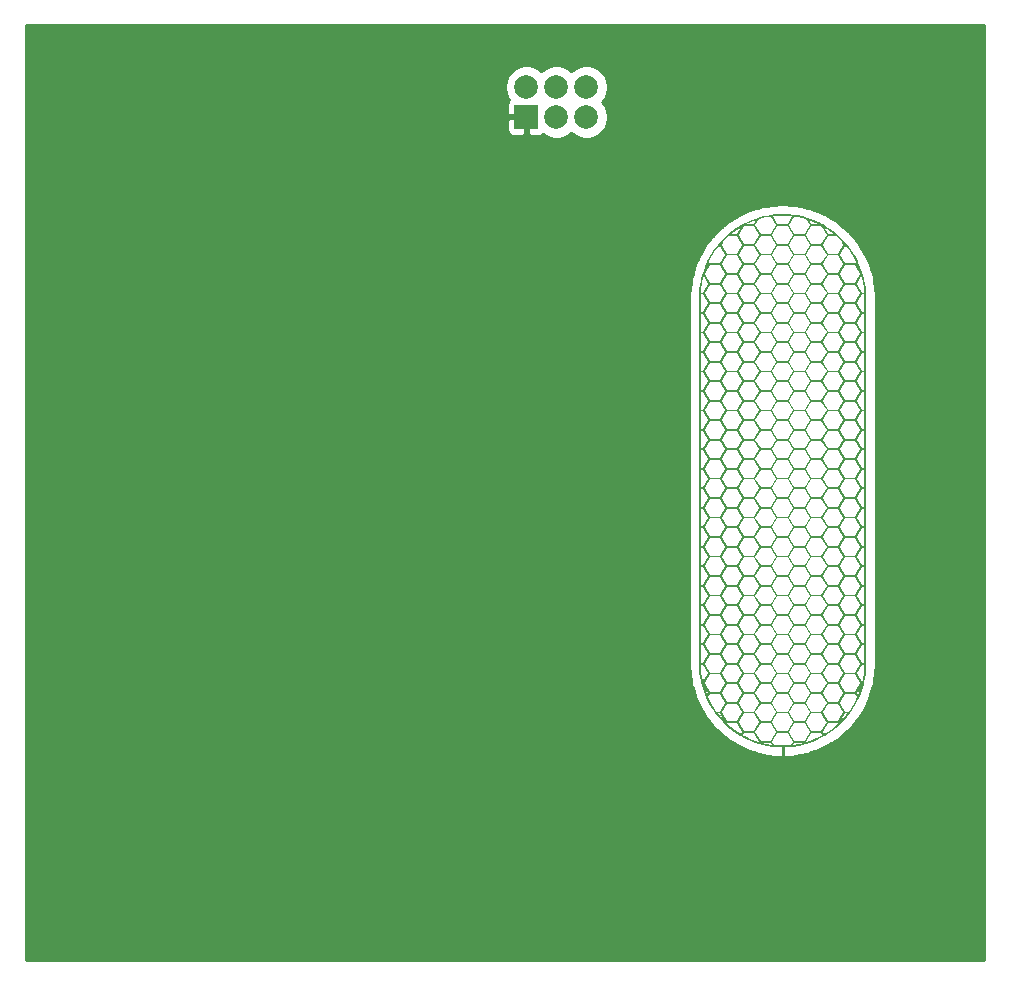
<source format=gbr>
%TF.GenerationSoftware,KiCad,Pcbnew,(5.1.6)-1*%
%TF.CreationDate,2020-10-14T00:10:15+11:00*%
%TF.ProjectId,MPR121 Template,4d505231-3231-4205-9465-6d706c617465,rev?*%
%TF.SameCoordinates,Original*%
%TF.FileFunction,Copper,L2,Bot*%
%TF.FilePolarity,Positive*%
%FSLAX46Y46*%
G04 Gerber Fmt 4.6, Leading zero omitted, Abs format (unit mm)*
G04 Created by KiCad (PCBNEW (5.1.6)-1) date 2020-10-14 00:10:15*
%MOMM*%
%LPD*%
G01*
G04 APERTURE LIST*
%TA.AperFunction,ComponentPad*%
%ADD10C,2.000000*%
%TD*%
%TA.AperFunction,ComponentPad*%
%ADD11R,2.000000X2.000000*%
%TD*%
%TA.AperFunction,Conductor*%
%ADD12C,0.100000*%
%TD*%
%TA.AperFunction,Conductor*%
%ADD13C,0.250000*%
%TD*%
%TA.AperFunction,Conductor*%
%ADD14C,0.254000*%
%TD*%
G04 APERTURE END LIST*
D10*
%TO.P,U1,3*%
%TO.N,Net-(R1-Pad2)*%
X108395001Y-60165001D03*
%TO.P,U1,4*%
%TO.N,N/C*%
X108395001Y-62705001D03*
%TO.P,U1,2*%
%TO.N,Net-(R3-Pad2)*%
X105855001Y-60165001D03*
%TO.P,U1,5*%
%TO.N,Net-(R2-Pad2)*%
X105855001Y-62705001D03*
D11*
%TO.P,U1,6*%
%TO.N,GND*%
X103315001Y-62705001D03*
D10*
%TO.P,U1,1*%
%TO.N,Net-(C1-Pad1)*%
X103315001Y-60165001D03*
%TD*%
%TA.AperFunction,Conductor*%
D12*
%TO.N,GND*%
%TO.C,J1*%
G36*
X125637569Y-70953875D02*
G01*
X125638615Y-70953926D01*
X125641777Y-70954258D01*
X125644866Y-70954539D01*
X125923767Y-70993736D01*
X125929710Y-70991897D01*
X125936888Y-70990423D01*
X125944175Y-70989657D01*
X125951503Y-70989606D01*
X125958800Y-70990270D01*
X125965998Y-70991642D01*
X125973027Y-70993711D01*
X125979821Y-70996457D01*
X125986315Y-70999852D01*
X125991520Y-71003258D01*
X126322107Y-71049719D01*
X126323143Y-71049872D01*
X126326228Y-71050505D01*
X126329305Y-71051092D01*
X126994026Y-71211905D01*
X126995042Y-71212158D01*
X126998077Y-71213097D01*
X127001055Y-71213974D01*
X127054601Y-71232621D01*
X127057136Y-71232674D01*
X127064413Y-71233542D01*
X127071569Y-71235114D01*
X127078538Y-71237379D01*
X127085253Y-71240313D01*
X127091649Y-71243888D01*
X127096361Y-71247163D01*
X127646911Y-71438885D01*
X127647898Y-71439236D01*
X127650839Y-71440472D01*
X127653705Y-71441630D01*
X128274531Y-71728492D01*
X128275479Y-71728937D01*
X128278268Y-71730445D01*
X128281025Y-71731886D01*
X128362921Y-71779934D01*
X128367835Y-71780871D01*
X128374864Y-71782940D01*
X128381658Y-71785686D01*
X128388152Y-71789080D01*
X128394283Y-71793092D01*
X128399994Y-71797683D01*
X128405229Y-71802810D01*
X128408447Y-71806644D01*
X128870895Y-72077961D01*
X128871795Y-72078497D01*
X128874434Y-72080277D01*
X128877027Y-72081974D01*
X129430311Y-72483957D01*
X129431153Y-72484579D01*
X129433556Y-72486567D01*
X129436022Y-72488549D01*
X129598470Y-72632778D01*
X129601196Y-72633498D01*
X129608064Y-72636052D01*
X129614650Y-72639264D01*
X129620891Y-72643103D01*
X129626727Y-72647534D01*
X129632103Y-72652512D01*
X129636968Y-72657992D01*
X129641275Y-72663920D01*
X129644983Y-72670240D01*
X129647987Y-72676741D01*
X129947437Y-72942606D01*
X129948216Y-72943306D01*
X129950460Y-72945566D01*
X129952673Y-72947733D01*
X130015235Y-73015293D01*
X130021340Y-73018706D01*
X130027357Y-73022887D01*
X130032937Y-73027637D01*
X130038027Y-73032907D01*
X130042578Y-73038650D01*
X130046548Y-73044809D01*
X130053141Y-73056229D01*
X130417341Y-73449529D01*
X130418047Y-73450302D01*
X130420036Y-73452741D01*
X130422051Y-73455142D01*
X130435464Y-73472812D01*
X130440419Y-73477401D01*
X130445284Y-73482881D01*
X130449591Y-73488809D01*
X130453299Y-73495129D01*
X130454694Y-73498147D01*
X130835534Y-73999886D01*
X130836161Y-74000724D01*
X130837932Y-74003390D01*
X130839673Y-74005932D01*
X131198027Y-74588425D01*
X131198569Y-74589320D01*
X131200051Y-74592108D01*
X131201557Y-74594846D01*
X131356877Y-74913300D01*
X131361533Y-74917043D01*
X131366768Y-74922170D01*
X131371478Y-74927783D01*
X131375618Y-74933829D01*
X131379147Y-74940250D01*
X131382034Y-74946985D01*
X131384250Y-74953969D01*
X131385773Y-74961137D01*
X131386590Y-74968419D01*
X131386673Y-74974392D01*
X131501357Y-75209529D01*
X131501809Y-75210473D01*
X131503024Y-75213420D01*
X131504243Y-75216264D01*
X131742631Y-75857268D01*
X131742990Y-75858252D01*
X131743912Y-75861307D01*
X131744847Y-75864253D01*
X131770349Y-75960774D01*
X131772313Y-75963477D01*
X131776021Y-75969797D01*
X131779095Y-75976449D01*
X131781505Y-75983368D01*
X131783228Y-75990490D01*
X131784247Y-75997747D01*
X131784554Y-76005068D01*
X131784145Y-76012384D01*
X131784086Y-76012766D01*
X131919545Y-76525459D01*
X131919805Y-76526473D01*
X131920419Y-76529575D01*
X131921068Y-76532627D01*
X132030410Y-77207726D01*
X132030571Y-77208760D01*
X132030883Y-77211938D01*
X132031227Y-77215008D01*
X132056531Y-77617201D01*
X132057924Y-77619575D01*
X132060998Y-77626227D01*
X132063408Y-77633146D01*
X132065131Y-77640268D01*
X132066150Y-77647525D01*
X132066457Y-77654846D01*
X132066048Y-77662162D01*
X132064927Y-77669403D01*
X132063105Y-77676500D01*
X132060681Y-77683160D01*
X132074170Y-77897556D01*
X132074229Y-77898601D01*
X132074229Y-77900186D01*
X132074316Y-77901742D01*
X132074998Y-77999476D01*
X132074998Y-77999959D01*
X132075000Y-78000000D01*
X132075000Y-109000000D01*
X132074996Y-109000609D01*
X132074997Y-109000634D01*
X132074996Y-109000659D01*
X132074993Y-109001047D01*
X132074910Y-109002367D01*
X132074910Y-109003664D01*
X132041502Y-109686744D01*
X132041444Y-109687789D01*
X132041088Y-109690967D01*
X132040787Y-109694036D01*
X131940884Y-110370576D01*
X131940882Y-110370596D01*
X131940878Y-110370618D01*
X131940722Y-110371631D01*
X131940063Y-110374730D01*
X131939458Y-110377784D01*
X131875797Y-110633115D01*
X131876455Y-110635835D01*
X131877474Y-110643092D01*
X131877781Y-110650413D01*
X131877372Y-110657729D01*
X131876251Y-110664970D01*
X131874429Y-110672067D01*
X131871923Y-110678953D01*
X131868757Y-110685561D01*
X131864961Y-110691828D01*
X131860571Y-110697696D01*
X131859366Y-110699016D01*
X131774008Y-111041367D01*
X131773748Y-111042381D01*
X131772781Y-111045429D01*
X131771890Y-111048382D01*
X131542476Y-111692652D01*
X131542119Y-111693636D01*
X131540863Y-111696567D01*
X131539684Y-111699427D01*
X131475222Y-111836416D01*
X131475108Y-111840501D01*
X131474188Y-111847771D01*
X131472565Y-111854916D01*
X131470252Y-111861869D01*
X131467272Y-111868563D01*
X131463652Y-111874934D01*
X131459429Y-111880922D01*
X131454642Y-111886469D01*
X131449335Y-111891522D01*
X131449265Y-111891577D01*
X131248495Y-112318234D01*
X131248043Y-112319179D01*
X131246509Y-112321970D01*
X131245055Y-112324704D01*
X130894871Y-112912144D01*
X130894329Y-112913040D01*
X130892532Y-112915664D01*
X130890816Y-112918247D01*
X130729708Y-113136768D01*
X130729264Y-113139637D01*
X130727442Y-113146734D01*
X130724936Y-113153620D01*
X130721770Y-113160228D01*
X130717974Y-113166495D01*
X130713584Y-113172363D01*
X130708644Y-113177774D01*
X130703198Y-113182677D01*
X130697300Y-113187025D01*
X130691006Y-113190777D01*
X130689296Y-113191582D01*
X130484978Y-113468711D01*
X130484351Y-113469550D01*
X130482324Y-113471966D01*
X130480347Y-113474390D01*
X130022731Y-113982624D01*
X130022025Y-113983397D01*
X130019776Y-113985600D01*
X130017568Y-113987823D01*
X129899720Y-114095433D01*
X129897863Y-114099603D01*
X129894244Y-114105974D01*
X129890020Y-114111962D01*
X129885233Y-114117509D01*
X129879927Y-114122562D01*
X129874152Y-114127073D01*
X129867965Y-114131000D01*
X129861425Y-114134303D01*
X129854593Y-114136953D01*
X129854099Y-114137091D01*
X129512541Y-114448977D01*
X129511763Y-114449678D01*
X129509315Y-114451646D01*
X129506895Y-114453648D01*
X128959277Y-114863318D01*
X128958434Y-114863939D01*
X128955792Y-114865668D01*
X128953202Y-114867415D01*
X128562804Y-115103848D01*
X128559989Y-115107839D01*
X128555202Y-115113385D01*
X128549896Y-115118439D01*
X128544121Y-115122950D01*
X128537934Y-115126876D01*
X128531394Y-115130180D01*
X128524562Y-115132829D01*
X128517505Y-115134800D01*
X128510289Y-115136073D01*
X128509494Y-115136134D01*
X128368221Y-115221692D01*
X128367322Y-115222229D01*
X128364500Y-115223704D01*
X128361775Y-115225178D01*
X127745024Y-115520675D01*
X127745016Y-115520679D01*
X127745007Y-115520683D01*
X127744068Y-115521126D01*
X127741099Y-115522325D01*
X127738260Y-115523519D01*
X127095608Y-115757426D01*
X127094621Y-115757777D01*
X127091634Y-115758656D01*
X127088608Y-115759593D01*
X127014996Y-115778493D01*
X127010714Y-115781211D01*
X127004174Y-115784514D01*
X126997342Y-115787164D01*
X126990285Y-115789135D01*
X126983069Y-115790407D01*
X126975763Y-115790969D01*
X126968438Y-115790815D01*
X126967460Y-115790698D01*
X126426197Y-115929671D01*
X126425181Y-115929924D01*
X126422090Y-115930514D01*
X126419018Y-115931144D01*
X125765936Y-116032246D01*
X125763988Y-116032849D01*
X125756810Y-116034323D01*
X125749523Y-116035089D01*
X125747480Y-116035103D01*
X125743173Y-116035770D01*
X125742137Y-116035923D01*
X125738980Y-116036211D01*
X125735885Y-116036536D01*
X125053056Y-116074712D01*
X125052010Y-116074764D01*
X125048829Y-116074741D01*
X125045729Y-116074763D01*
X124362431Y-116046125D01*
X124361386Y-116046074D01*
X124358227Y-116045742D01*
X124355134Y-116045461D01*
X124272608Y-116033863D01*
X124266728Y-116034900D01*
X124259422Y-116035462D01*
X124252097Y-116035308D01*
X124244820Y-116034440D01*
X124237664Y-116032868D01*
X124230695Y-116030603D01*
X124223980Y-116027669D01*
X124222449Y-116026813D01*
X123677893Y-115950281D01*
X123676857Y-115950128D01*
X123673765Y-115949493D01*
X123670696Y-115948908D01*
X123015752Y-115790461D01*
X123010834Y-115789523D01*
X123006019Y-115788106D01*
X123005974Y-115788095D01*
X123004958Y-115787842D01*
X123001932Y-115786905D01*
X122998945Y-115786026D01*
X122677894Y-115674224D01*
X123173200Y-115674224D01*
X123702402Y-115802252D01*
X124112654Y-115859909D01*
X124005450Y-115674224D01*
X123173200Y-115674224D01*
X122677894Y-115674224D01*
X122353089Y-115561115D01*
X122352103Y-115560764D01*
X122349177Y-115559534D01*
X122346295Y-115558370D01*
X121725469Y-115271508D01*
X121724522Y-115271063D01*
X121721717Y-115269547D01*
X121718975Y-115268113D01*
X121496438Y-115137552D01*
X121490547Y-115137016D01*
X121483350Y-115135644D01*
X121476321Y-115133575D01*
X121469527Y-115130829D01*
X121463033Y-115127434D01*
X121456902Y-115123422D01*
X121451191Y-115118831D01*
X121445956Y-115113704D01*
X121441246Y-115108091D01*
X121437904Y-115103210D01*
X121310843Y-115028664D01*
X121607266Y-115028664D01*
X121791720Y-115136882D01*
X122405883Y-115420665D01*
X122994412Y-115625613D01*
X123009648Y-115599223D01*
X124135353Y-115599223D01*
X124301155Y-115886401D01*
X124372379Y-115896411D01*
X125048343Y-115924741D01*
X125700252Y-115888294D01*
X125715772Y-115861412D01*
X125888977Y-115861412D01*
X126392442Y-115783472D01*
X126817935Y-115674224D01*
X125997050Y-115674224D01*
X125888977Y-115861412D01*
X125715772Y-115861412D01*
X125867147Y-115599223D01*
X126992852Y-115599223D01*
X127007981Y-115625428D01*
X127047752Y-115615217D01*
X127683518Y-115383817D01*
X128293656Y-115091487D01*
X128395792Y-115029631D01*
X128291698Y-114849335D01*
X127425800Y-114849335D01*
X126992852Y-115599223D01*
X125867147Y-115599223D01*
X125434199Y-114849335D01*
X124568301Y-114849335D01*
X124135353Y-115599223D01*
X123009648Y-115599223D01*
X122576700Y-114849335D01*
X121710802Y-114849335D01*
X121607266Y-115028664D01*
X121310843Y-115028664D01*
X121129104Y-114922039D01*
X121128205Y-114921503D01*
X121125566Y-114919722D01*
X121122973Y-114918026D01*
X120569689Y-114516042D01*
X120568846Y-114515421D01*
X120566408Y-114513404D01*
X120563978Y-114511451D01*
X120141432Y-114136296D01*
X120139234Y-114135408D01*
X120132740Y-114132013D01*
X120126609Y-114128001D01*
X120120898Y-114123410D01*
X120115663Y-114118283D01*
X120110953Y-114112670D01*
X120106813Y-114106624D01*
X120105671Y-114104547D01*
X120052562Y-114057394D01*
X120051784Y-114056693D01*
X120049561Y-114054454D01*
X120047327Y-114052267D01*
X120043671Y-114048318D01*
X120268269Y-114048318D01*
X120660824Y-114396846D01*
X121208174Y-114794517D01*
X121477886Y-114952757D01*
X121580898Y-114774335D01*
X121580898Y-114774334D01*
X122706603Y-114774334D01*
X123139552Y-115524224D01*
X124005449Y-115524224D01*
X124438398Y-114774334D01*
X125564102Y-114774334D01*
X125997051Y-115524224D01*
X126862948Y-115524224D01*
X127295896Y-114774335D01*
X128421602Y-114774335D01*
X128524125Y-114951910D01*
X128872356Y-114741014D01*
X129414105Y-114335734D01*
X129732379Y-114045110D01*
X129720448Y-114024445D01*
X128854550Y-114024445D01*
X128421602Y-114774335D01*
X127295896Y-114774335D01*
X126862948Y-114024445D01*
X125997050Y-114024445D01*
X125564102Y-114774334D01*
X124438398Y-114774334D01*
X124005450Y-114024445D01*
X123139551Y-114024445D01*
X122706603Y-114774334D01*
X121580898Y-114774334D01*
X121147950Y-114024445D01*
X120282052Y-114024445D01*
X120268269Y-114048318D01*
X120043671Y-114048318D01*
X119952114Y-113949445D01*
X121277854Y-113949445D01*
X121710802Y-114699335D01*
X122576699Y-114699335D01*
X123009648Y-113949444D01*
X124135353Y-113949444D01*
X124568302Y-114699335D01*
X125434198Y-114699335D01*
X125867146Y-113949445D01*
X126992852Y-113949445D01*
X127425800Y-114699335D01*
X128291698Y-114699335D01*
X128724646Y-113949445D01*
X128709921Y-113923939D01*
X129865077Y-113923939D01*
X129913712Y-113879529D01*
X130366424Y-113376742D01*
X130497057Y-113199556D01*
X130283300Y-113199556D01*
X129865077Y-113923939D01*
X128709921Y-113923939D01*
X128291698Y-113199556D01*
X127425800Y-113199556D01*
X126992852Y-113949445D01*
X125867146Y-113949445D01*
X125867147Y-113949444D01*
X125434199Y-113199556D01*
X124568301Y-113199556D01*
X124135353Y-113949444D01*
X123009648Y-113949444D01*
X122576700Y-113199556D01*
X121710802Y-113199556D01*
X121277854Y-113949445D01*
X119952114Y-113949445D01*
X119582659Y-113550471D01*
X119581953Y-113549698D01*
X119579964Y-113547259D01*
X119577949Y-113544858D01*
X119315851Y-113199556D01*
X119504168Y-113199556D01*
X119695212Y-113451247D01*
X120144863Y-113936826D01*
X119719200Y-113199556D01*
X119504168Y-113199556D01*
X119315851Y-113199556D01*
X119309242Y-113190850D01*
X119308072Y-113190279D01*
X119301831Y-113186440D01*
X119295995Y-113182009D01*
X119290619Y-113177031D01*
X119285754Y-113171551D01*
X119281447Y-113165623D01*
X119277739Y-113159303D01*
X119274665Y-113152651D01*
X119272255Y-113145732D01*
X119270973Y-113140431D01*
X119258924Y-113124556D01*
X119849104Y-113124556D01*
X120282052Y-113874445D01*
X121147950Y-113874445D01*
X121580898Y-113124556D01*
X122706604Y-113124556D01*
X123139552Y-113874445D01*
X124005449Y-113874445D01*
X124438398Y-113124555D01*
X125564102Y-113124555D01*
X125997051Y-113874445D01*
X126862948Y-113874445D01*
X127295896Y-113124556D01*
X128421602Y-113124556D01*
X128854550Y-113874445D01*
X129720448Y-113874445D01*
X130153396Y-113124556D01*
X129720448Y-112374667D01*
X128854550Y-112374667D01*
X128421602Y-113124556D01*
X127295896Y-113124556D01*
X126862948Y-112374667D01*
X125997050Y-112374667D01*
X125564102Y-113124555D01*
X124438398Y-113124555D01*
X124005450Y-112374667D01*
X123139552Y-112374667D01*
X122706604Y-113124556D01*
X121580898Y-113124556D01*
X121147950Y-112374667D01*
X120282052Y-112374667D01*
X119849104Y-113124556D01*
X119258924Y-113124556D01*
X119164466Y-113000114D01*
X119163839Y-112999276D01*
X119162068Y-112996610D01*
X119160327Y-112994068D01*
X118801974Y-112411575D01*
X118801431Y-112410680D01*
X118799949Y-112407892D01*
X118798443Y-112405154D01*
X118546797Y-111889202D01*
X118545728Y-111888155D01*
X118541018Y-111882542D01*
X118536878Y-111876496D01*
X118533349Y-111870075D01*
X118530462Y-111863339D01*
X118528246Y-111856356D01*
X118526723Y-111849188D01*
X118526556Y-111847702D01*
X118520992Y-111836293D01*
X118687883Y-111836293D01*
X118931659Y-112336109D01*
X119286165Y-112912347D01*
X119390312Y-113049556D01*
X119719200Y-113049556D01*
X120152148Y-112299667D01*
X121277854Y-112299667D01*
X121710802Y-113049556D01*
X122576700Y-113049556D01*
X123009648Y-112299667D01*
X123009648Y-112299666D01*
X124135353Y-112299666D01*
X124568302Y-113049556D01*
X125434198Y-113049556D01*
X125867146Y-112299667D01*
X126992852Y-112299667D01*
X127425800Y-113049556D01*
X128291698Y-113049556D01*
X128724646Y-112299667D01*
X129850352Y-112299667D01*
X130283300Y-113049556D01*
X130607647Y-113049556D01*
X130767904Y-112832189D01*
X131114333Y-112251048D01*
X131311799Y-111831411D01*
X131149198Y-111549778D01*
X130283300Y-111549778D01*
X129850352Y-112299667D01*
X128724646Y-112299667D01*
X128291698Y-111549778D01*
X127425800Y-111549778D01*
X126992852Y-112299667D01*
X125867146Y-112299667D01*
X125434198Y-111549778D01*
X124568301Y-111549778D01*
X124135353Y-112299666D01*
X123009648Y-112299666D01*
X122576700Y-111549778D01*
X121710802Y-111549778D01*
X121277854Y-112299667D01*
X120152148Y-112299667D01*
X119719200Y-111549778D01*
X118853302Y-111549778D01*
X118687883Y-111836293D01*
X118520992Y-111836293D01*
X118498643Y-111790471D01*
X118498191Y-111789527D01*
X118496976Y-111786580D01*
X118495757Y-111783736D01*
X118257369Y-111142732D01*
X118257010Y-111141748D01*
X118256094Y-111138713D01*
X118255153Y-111135747D01*
X118156133Y-110760968D01*
X118311280Y-110760968D01*
X118399241Y-111093889D01*
X118612395Y-111667041D01*
X118723398Y-111474778D01*
X119849104Y-111474778D01*
X120282052Y-112224667D01*
X121147950Y-112224667D01*
X121580898Y-111474778D01*
X122706604Y-111474778D01*
X123139552Y-112224667D01*
X124005449Y-112224667D01*
X124438397Y-111474778D01*
X125564102Y-111474778D01*
X125997050Y-112224667D01*
X126862948Y-112224667D01*
X127295896Y-111474778D01*
X128421602Y-111474778D01*
X128854550Y-112224667D01*
X129720448Y-112224667D01*
X130153396Y-111474778D01*
X131279102Y-111474778D01*
X131389577Y-111666126D01*
X131402398Y-111638878D01*
X131629351Y-111001520D01*
X131687889Y-110766737D01*
X131279102Y-111474778D01*
X130153396Y-111474778D01*
X129720448Y-110724889D01*
X128854550Y-110724889D01*
X128421602Y-111474778D01*
X127295896Y-111474778D01*
X126862948Y-110724889D01*
X125997050Y-110724889D01*
X125564102Y-111474778D01*
X124438397Y-111474778D01*
X124438398Y-111474777D01*
X124005450Y-110724889D01*
X123139552Y-110724889D01*
X122706604Y-111474778D01*
X121580898Y-111474778D01*
X121147950Y-110724889D01*
X120282052Y-110724889D01*
X119849104Y-111474778D01*
X118723398Y-111474778D01*
X118311280Y-110760968D01*
X118156133Y-110760968D01*
X118139384Y-110697579D01*
X118138767Y-110696884D01*
X118134460Y-110690956D01*
X118130752Y-110684636D01*
X118127678Y-110677984D01*
X118125268Y-110671065D01*
X118123545Y-110663943D01*
X118122526Y-110656686D01*
X118122241Y-110649889D01*
X118420354Y-110649889D01*
X118853302Y-111399778D01*
X119719200Y-111399778D01*
X120152148Y-110649889D01*
X121277854Y-110649889D01*
X121710802Y-111399778D01*
X122576700Y-111399778D01*
X123009648Y-110649889D01*
X124135354Y-110649889D01*
X124568302Y-111399778D01*
X125434198Y-111399778D01*
X125867146Y-110649889D01*
X126992852Y-110649889D01*
X127425800Y-111399778D01*
X128291698Y-111399778D01*
X128724646Y-110649889D01*
X129850352Y-110649889D01*
X130283300Y-111399778D01*
X131149198Y-111399778D01*
X131582146Y-110649889D01*
X131149198Y-109900000D01*
X130283300Y-109900000D01*
X129850352Y-110649889D01*
X128724646Y-110649889D01*
X128291698Y-109900000D01*
X127425800Y-109900000D01*
X126992852Y-110649889D01*
X125867146Y-110649889D01*
X125434198Y-109900000D01*
X124568302Y-109900000D01*
X124135354Y-110649889D01*
X123009648Y-110649889D01*
X122576700Y-109900000D01*
X121710802Y-109900000D01*
X121277854Y-110649889D01*
X120152148Y-110649889D01*
X119719200Y-109900000D01*
X118853302Y-109900000D01*
X118420354Y-110649889D01*
X118122241Y-110649889D01*
X118122219Y-110649365D01*
X118122628Y-110642049D01*
X118123398Y-110637074D01*
X118080455Y-110474540D01*
X118080195Y-110473526D01*
X118079582Y-110470433D01*
X118078932Y-110467373D01*
X117969590Y-109792274D01*
X117969429Y-109791239D01*
X117969119Y-109788073D01*
X117968773Y-109784993D01*
X117925830Y-109102444D01*
X117925771Y-109101399D01*
X117925771Y-109099814D01*
X117925684Y-109098258D01*
X117925523Y-109075110D01*
X118075526Y-109075110D01*
X118075665Y-109095114D01*
X118118247Y-109771915D01*
X118226415Y-110439766D01*
X118262116Y-110574889D01*
X118290450Y-110574889D01*
X118723399Y-109824999D01*
X119849104Y-109824999D01*
X120282052Y-110574889D01*
X121147950Y-110574889D01*
X121580899Y-109824999D01*
X122706604Y-109824999D01*
X123139552Y-110574889D01*
X124005450Y-110574889D01*
X124438398Y-109825000D01*
X124438398Y-109824999D01*
X125564101Y-109824999D01*
X125997050Y-110574889D01*
X126862948Y-110574889D01*
X127295896Y-109824999D01*
X128421601Y-109824999D01*
X128854550Y-110574889D01*
X129720448Y-110574889D01*
X130153396Y-109824999D01*
X131279101Y-109824999D01*
X131712050Y-110574889D01*
X131735723Y-110574889D01*
X131793027Y-110345053D01*
X131891861Y-109675751D01*
X131921237Y-109075110D01*
X131712050Y-109075110D01*
X131279101Y-109824999D01*
X130153396Y-109824999D01*
X129720448Y-109075110D01*
X128854550Y-109075110D01*
X128421601Y-109824999D01*
X127295896Y-109824999D01*
X126862948Y-109075110D01*
X125997050Y-109075110D01*
X125564101Y-109824999D01*
X124438398Y-109824999D01*
X124005449Y-109075110D01*
X123139552Y-109075110D01*
X122706604Y-109824999D01*
X121580899Y-109824999D01*
X121147950Y-109075110D01*
X120282052Y-109075110D01*
X119849104Y-109824999D01*
X118723399Y-109824999D01*
X118290450Y-109075110D01*
X118075526Y-109075110D01*
X117925523Y-109075110D01*
X117925002Y-109000523D01*
X117925002Y-109000110D01*
X118420354Y-109000110D01*
X118853303Y-109750000D01*
X119719200Y-109750000D01*
X120152148Y-109000110D01*
X121277854Y-109000110D01*
X121710803Y-109750000D01*
X122576700Y-109750000D01*
X123009647Y-109000111D01*
X124135353Y-109000111D01*
X124568302Y-109750000D01*
X125434197Y-109750000D01*
X125867146Y-109000110D01*
X126992852Y-109000110D01*
X127425800Y-109750000D01*
X128291697Y-109750000D01*
X128724646Y-109000110D01*
X129850352Y-109000110D01*
X130283300Y-109750000D01*
X131149197Y-109750000D01*
X131582146Y-109000110D01*
X131149198Y-108250222D01*
X130283300Y-108250222D01*
X129850352Y-109000110D01*
X128724646Y-109000110D01*
X128291698Y-108250222D01*
X127425800Y-108250222D01*
X126992852Y-109000110D01*
X125867146Y-109000110D01*
X125434198Y-108250222D01*
X124568302Y-108250222D01*
X124135353Y-109000111D01*
X123009647Y-109000111D01*
X123009648Y-109000110D01*
X122576700Y-108250222D01*
X121710802Y-108250222D01*
X121277854Y-109000110D01*
X120152148Y-109000110D01*
X119719200Y-108250222D01*
X118853302Y-108250222D01*
X118420354Y-109000110D01*
X117925002Y-109000110D01*
X117925002Y-109000041D01*
X117925000Y-109000000D01*
X117925000Y-107425333D01*
X118075000Y-107425333D01*
X118075000Y-108925110D01*
X118290450Y-108925110D01*
X118723398Y-108175222D01*
X119849104Y-108175222D01*
X120282052Y-108925110D01*
X121147950Y-108925110D01*
X121580898Y-108175222D01*
X122706604Y-108175222D01*
X123139552Y-108925110D01*
X124005450Y-108925110D01*
X124438398Y-108175223D01*
X125564102Y-108175223D01*
X125997050Y-108925110D01*
X126862948Y-108925110D01*
X127295896Y-108175222D01*
X128421602Y-108175222D01*
X128854550Y-108925110D01*
X129720448Y-108925110D01*
X130153396Y-108175222D01*
X131279102Y-108175222D01*
X131712050Y-108925110D01*
X131925000Y-108925110D01*
X131925000Y-107425333D01*
X131712050Y-107425333D01*
X131279102Y-108175222D01*
X130153396Y-108175222D01*
X129720448Y-107425333D01*
X128854550Y-107425333D01*
X128421602Y-108175222D01*
X127295896Y-108175222D01*
X126862948Y-107425333D01*
X125997051Y-107425333D01*
X125564102Y-108175223D01*
X124438398Y-108175223D01*
X124005449Y-107425333D01*
X123139552Y-107425333D01*
X122706604Y-108175222D01*
X121580898Y-108175222D01*
X121147950Y-107425333D01*
X120282052Y-107425333D01*
X119849104Y-108175222D01*
X118723398Y-108175222D01*
X118290450Y-107425333D01*
X118075000Y-107425333D01*
X117925000Y-107425333D01*
X117925000Y-107350333D01*
X118420354Y-107350333D01*
X118853302Y-108100222D01*
X119719200Y-108100222D01*
X120152148Y-107350333D01*
X121277854Y-107350333D01*
X121710802Y-108100222D01*
X122576700Y-108100222D01*
X123009648Y-107350334D01*
X124135353Y-107350334D01*
X124568301Y-108100222D01*
X125434199Y-108100222D01*
X125867147Y-107350334D01*
X125867147Y-107350333D01*
X126992852Y-107350333D01*
X127425800Y-108100222D01*
X128291698Y-108100222D01*
X128724646Y-107350333D01*
X129850352Y-107350333D01*
X130283300Y-108100222D01*
X131149198Y-108100222D01*
X131582146Y-107350333D01*
X131149198Y-106600444D01*
X130283300Y-106600444D01*
X129850352Y-107350333D01*
X128724646Y-107350333D01*
X128291698Y-106600444D01*
X127425800Y-106600444D01*
X126992852Y-107350333D01*
X125867147Y-107350333D01*
X125434198Y-106600444D01*
X124568302Y-106600444D01*
X124135353Y-107350334D01*
X123009648Y-107350334D01*
X122576699Y-106600444D01*
X121710802Y-106600444D01*
X121277854Y-107350333D01*
X120152148Y-107350333D01*
X119719200Y-106600444D01*
X118853302Y-106600444D01*
X118420354Y-107350333D01*
X117925000Y-107350333D01*
X117925000Y-105775555D01*
X118075000Y-105775555D01*
X118075000Y-107275333D01*
X118290450Y-107275333D01*
X118723398Y-106525444D01*
X119849104Y-106525444D01*
X120282052Y-107275333D01*
X121147950Y-107275333D01*
X121580897Y-106525445D01*
X122706603Y-106525445D01*
X123139551Y-107275333D01*
X124005450Y-107275333D01*
X124438398Y-106525445D01*
X125564102Y-106525445D01*
X125997050Y-107275333D01*
X126862948Y-107275333D01*
X127295896Y-106525444D01*
X128421602Y-106525444D01*
X128854550Y-107275333D01*
X129720448Y-107275333D01*
X130153396Y-106525444D01*
X131279102Y-106525444D01*
X131712050Y-107275333D01*
X131925000Y-107275333D01*
X131925000Y-105775555D01*
X131712050Y-105775555D01*
X131279102Y-106525444D01*
X130153396Y-106525444D01*
X129720448Y-105775555D01*
X128854550Y-105775555D01*
X128421602Y-106525444D01*
X127295896Y-106525444D01*
X126862948Y-105775555D01*
X125997051Y-105775555D01*
X125564102Y-106525445D01*
X124438398Y-106525445D01*
X124005449Y-105775555D01*
X123139552Y-105775555D01*
X122706603Y-106525445D01*
X121580897Y-106525445D01*
X121580898Y-106525444D01*
X121147950Y-105775555D01*
X120282052Y-105775555D01*
X119849104Y-106525444D01*
X118723398Y-106525444D01*
X118290450Y-105775555D01*
X118075000Y-105775555D01*
X117925000Y-105775555D01*
X117925000Y-105700555D01*
X118420354Y-105700555D01*
X118853302Y-106450444D01*
X119719200Y-106450444D01*
X120152148Y-105700555D01*
X121277854Y-105700555D01*
X121710802Y-106450444D01*
X122576700Y-106450444D01*
X123009648Y-105700556D01*
X124135353Y-105700556D01*
X124568301Y-106450444D01*
X125434199Y-106450444D01*
X125867147Y-105700556D01*
X126992852Y-105700556D01*
X127425800Y-106450444D01*
X128291698Y-106450444D01*
X128724646Y-105700555D01*
X129850352Y-105700555D01*
X130283300Y-106450444D01*
X131149198Y-106450444D01*
X131582146Y-105700555D01*
X131149198Y-104950665D01*
X130283300Y-104950665D01*
X129850352Y-105700555D01*
X128724646Y-105700555D01*
X128291698Y-104950665D01*
X127425801Y-104950665D01*
X126992852Y-105700556D01*
X125867147Y-105700556D01*
X125434198Y-104950665D01*
X124568302Y-104950665D01*
X124135353Y-105700556D01*
X123009648Y-105700556D01*
X122576699Y-104950665D01*
X121710802Y-104950665D01*
X121277854Y-105700555D01*
X120152148Y-105700555D01*
X119719200Y-104950665D01*
X118853302Y-104950665D01*
X118420354Y-105700555D01*
X117925000Y-105700555D01*
X117925000Y-104125776D01*
X118075000Y-104125776D01*
X118075000Y-105625555D01*
X118290450Y-105625555D01*
X118723398Y-104875665D01*
X119849104Y-104875665D01*
X120282052Y-105625555D01*
X121147950Y-105625555D01*
X121580898Y-104875666D01*
X122706603Y-104875666D01*
X123139551Y-105625555D01*
X124005450Y-105625555D01*
X124438398Y-104875666D01*
X125564102Y-104875666D01*
X125997050Y-105625555D01*
X126862949Y-105625555D01*
X127295897Y-104875666D01*
X127295897Y-104875665D01*
X128421602Y-104875665D01*
X128854550Y-105625555D01*
X129720448Y-105625555D01*
X130153396Y-104875665D01*
X131279102Y-104875665D01*
X131712050Y-105625555D01*
X131925000Y-105625555D01*
X131925000Y-104125776D01*
X131712050Y-104125776D01*
X131279102Y-104875665D01*
X130153396Y-104875665D01*
X129720448Y-104125776D01*
X128854550Y-104125776D01*
X128421602Y-104875665D01*
X127295897Y-104875665D01*
X126862948Y-104125776D01*
X125997051Y-104125776D01*
X125564102Y-104875666D01*
X124438398Y-104875666D01*
X124005449Y-104125776D01*
X123139552Y-104125776D01*
X122706603Y-104875666D01*
X121580898Y-104875666D01*
X121147949Y-104125776D01*
X120282052Y-104125776D01*
X119849104Y-104875665D01*
X118723398Y-104875665D01*
X118290450Y-104125776D01*
X118075000Y-104125776D01*
X117925000Y-104125776D01*
X117925000Y-104050776D01*
X118420354Y-104050776D01*
X118853302Y-104800665D01*
X119719200Y-104800665D01*
X120152147Y-104050777D01*
X121277853Y-104050777D01*
X121710801Y-104800665D01*
X122576700Y-104800665D01*
X123009648Y-104050777D01*
X124135353Y-104050777D01*
X124568301Y-104800665D01*
X125434199Y-104800665D01*
X125867147Y-104050777D01*
X126992852Y-104050777D01*
X127425800Y-104800665D01*
X128291698Y-104800665D01*
X128724646Y-104050776D01*
X129850352Y-104050776D01*
X130283300Y-104800665D01*
X131149198Y-104800665D01*
X131582146Y-104050776D01*
X131149198Y-103300887D01*
X130283300Y-103300887D01*
X129850352Y-104050776D01*
X128724646Y-104050776D01*
X128291698Y-103300887D01*
X127425801Y-103300887D01*
X126992852Y-104050777D01*
X125867147Y-104050777D01*
X125434198Y-103300887D01*
X124568302Y-103300887D01*
X124135353Y-104050777D01*
X123009648Y-104050777D01*
X122576699Y-103300887D01*
X121710802Y-103300887D01*
X121277853Y-104050777D01*
X120152147Y-104050777D01*
X120152148Y-104050776D01*
X119719200Y-103300887D01*
X118853302Y-103300887D01*
X118420354Y-104050776D01*
X117925000Y-104050776D01*
X117925000Y-102475998D01*
X118075000Y-102475998D01*
X118075000Y-103975776D01*
X118290450Y-103975776D01*
X118723398Y-103225887D01*
X119849104Y-103225887D01*
X120282052Y-103975776D01*
X121147950Y-103975776D01*
X121580898Y-103225888D01*
X122706603Y-103225888D01*
X123139551Y-103975776D01*
X124005450Y-103975776D01*
X124438398Y-103225888D01*
X125564102Y-103225888D01*
X125997050Y-103975776D01*
X126862949Y-103975776D01*
X127295897Y-103225888D01*
X128421602Y-103225888D01*
X128854550Y-103975776D01*
X129720448Y-103975776D01*
X130153396Y-103225887D01*
X131279102Y-103225887D01*
X131712050Y-103975776D01*
X131925000Y-103975776D01*
X131925000Y-102475998D01*
X131712050Y-102475998D01*
X131279102Y-103225887D01*
X130153396Y-103225887D01*
X129720448Y-102475998D01*
X128854551Y-102475998D01*
X128421602Y-103225888D01*
X127295897Y-103225888D01*
X126862948Y-102475998D01*
X125997051Y-102475998D01*
X125564102Y-103225888D01*
X124438398Y-103225888D01*
X124005449Y-102475998D01*
X123139552Y-102475998D01*
X122706603Y-103225888D01*
X121580898Y-103225888D01*
X121147949Y-102475998D01*
X120282052Y-102475998D01*
X119849104Y-103225887D01*
X118723398Y-103225887D01*
X118290450Y-102475998D01*
X118075000Y-102475998D01*
X117925000Y-102475998D01*
X117925000Y-102400998D01*
X118420354Y-102400998D01*
X118853302Y-103150887D01*
X119719200Y-103150887D01*
X120152148Y-102400999D01*
X121277853Y-102400999D01*
X121710801Y-103150887D01*
X122576700Y-103150887D01*
X123009648Y-102400999D01*
X124135353Y-102400999D01*
X124568301Y-103150887D01*
X125434199Y-103150887D01*
X125867147Y-102400999D01*
X126992852Y-102400999D01*
X127425800Y-103150887D01*
X128291699Y-103150887D01*
X128724647Y-102400999D01*
X128724647Y-102400998D01*
X129850352Y-102400998D01*
X130283300Y-103150887D01*
X131149198Y-103150887D01*
X131582146Y-102400998D01*
X131149198Y-101651109D01*
X130283300Y-101651109D01*
X129850352Y-102400998D01*
X128724647Y-102400998D01*
X128291698Y-101651109D01*
X127425801Y-101651109D01*
X126992852Y-102400999D01*
X125867147Y-102400999D01*
X125434198Y-101651109D01*
X124568302Y-101651109D01*
X124135353Y-102400999D01*
X123009648Y-102400999D01*
X122576699Y-101651109D01*
X121710802Y-101651109D01*
X121277853Y-102400999D01*
X120152148Y-102400999D01*
X119719199Y-101651109D01*
X118853302Y-101651109D01*
X118420354Y-102400998D01*
X117925000Y-102400998D01*
X117925000Y-100826219D01*
X118075000Y-100826219D01*
X118075000Y-102325998D01*
X118290450Y-102325998D01*
X118723397Y-101576110D01*
X119849103Y-101576110D01*
X120282051Y-102325998D01*
X121147950Y-102325998D01*
X121580898Y-101576110D01*
X122706603Y-101576110D01*
X123139551Y-102325998D01*
X124005450Y-102325998D01*
X124438398Y-101576110D01*
X125564102Y-101576110D01*
X125997050Y-102325998D01*
X126862949Y-102325998D01*
X127295897Y-101576110D01*
X128421602Y-101576110D01*
X128854550Y-102325998D01*
X129720448Y-102325998D01*
X130153396Y-101576109D01*
X131279102Y-101576109D01*
X131712050Y-102325998D01*
X131925000Y-102325998D01*
X131925000Y-100826219D01*
X131712050Y-100826219D01*
X131279102Y-101576109D01*
X130153396Y-101576109D01*
X129720448Y-100826219D01*
X128854551Y-100826219D01*
X128421602Y-101576110D01*
X127295897Y-101576110D01*
X126862948Y-100826219D01*
X125997051Y-100826219D01*
X125564102Y-101576110D01*
X124438398Y-101576110D01*
X124005449Y-100826219D01*
X123139552Y-100826219D01*
X122706603Y-101576110D01*
X121580898Y-101576110D01*
X121147949Y-100826219D01*
X120282052Y-100826219D01*
X119849103Y-101576110D01*
X118723397Y-101576110D01*
X118723398Y-101576109D01*
X118290450Y-100826219D01*
X118075000Y-100826219D01*
X117925000Y-100826219D01*
X117925000Y-100751219D01*
X118420354Y-100751219D01*
X118853302Y-101501109D01*
X119719200Y-101501109D01*
X120152148Y-100751220D01*
X121277853Y-100751220D01*
X121710801Y-101501109D01*
X122576700Y-101501109D01*
X123009648Y-100751220D01*
X124135353Y-100751220D01*
X124568301Y-101501109D01*
X125434199Y-101501109D01*
X125867147Y-100751220D01*
X126992852Y-100751220D01*
X127425800Y-101501109D01*
X128291699Y-101501109D01*
X128724647Y-100751220D01*
X129850352Y-100751220D01*
X130283300Y-101501109D01*
X131149198Y-101501109D01*
X131582146Y-100751219D01*
X131149198Y-100001330D01*
X130283301Y-100001330D01*
X129850352Y-100751220D01*
X128724647Y-100751220D01*
X128291698Y-100001330D01*
X127425801Y-100001330D01*
X126992852Y-100751220D01*
X125867147Y-100751220D01*
X125434198Y-100001330D01*
X124568302Y-100001330D01*
X124135353Y-100751220D01*
X123009648Y-100751220D01*
X122576699Y-100001330D01*
X121710802Y-100001330D01*
X121277853Y-100751220D01*
X120152148Y-100751220D01*
X119719199Y-100001330D01*
X118853302Y-100001330D01*
X118420354Y-100751219D01*
X117925000Y-100751219D01*
X117925000Y-99176441D01*
X118075000Y-99176441D01*
X118075000Y-100676219D01*
X118290450Y-100676219D01*
X118723398Y-99926331D01*
X119849103Y-99926331D01*
X120282051Y-100676219D01*
X121147950Y-100676219D01*
X121580898Y-99926331D01*
X122706603Y-99926331D01*
X123139551Y-100676219D01*
X124005450Y-100676219D01*
X124438398Y-99926331D01*
X125564102Y-99926331D01*
X125997050Y-100676219D01*
X126862949Y-100676219D01*
X127295897Y-99926331D01*
X128421602Y-99926331D01*
X128854550Y-100676219D01*
X129720449Y-100676219D01*
X130153397Y-99926331D01*
X130153397Y-99926330D01*
X131279102Y-99926330D01*
X131712050Y-100676219D01*
X131925000Y-100676219D01*
X131925000Y-99176441D01*
X131712050Y-99176441D01*
X131279102Y-99926330D01*
X130153397Y-99926330D01*
X129720448Y-99176441D01*
X128854551Y-99176441D01*
X128421602Y-99926331D01*
X127295897Y-99926331D01*
X126862948Y-99176441D01*
X125997051Y-99176441D01*
X125564102Y-99926331D01*
X124438398Y-99926331D01*
X124005449Y-99176441D01*
X123139552Y-99176441D01*
X122706603Y-99926331D01*
X121580898Y-99926331D01*
X121147949Y-99176441D01*
X120282052Y-99176441D01*
X119849103Y-99926331D01*
X118723398Y-99926331D01*
X118290449Y-99176441D01*
X118075000Y-99176441D01*
X117925000Y-99176441D01*
X117925000Y-99101442D01*
X118420353Y-99101442D01*
X118853301Y-99851330D01*
X119719200Y-99851330D01*
X120152148Y-99101442D01*
X121277853Y-99101442D01*
X121710801Y-99851330D01*
X122576700Y-99851330D01*
X123009648Y-99101442D01*
X124135353Y-99101442D01*
X124568301Y-99851330D01*
X125434199Y-99851330D01*
X125867147Y-99101442D01*
X126992852Y-99101442D01*
X127425800Y-99851330D01*
X128291699Y-99851330D01*
X128724647Y-99101442D01*
X129850352Y-99101442D01*
X130283300Y-99851330D01*
X131149198Y-99851330D01*
X131582146Y-99101441D01*
X131149198Y-98351552D01*
X130283301Y-98351552D01*
X129850352Y-99101442D01*
X128724647Y-99101442D01*
X128291698Y-98351552D01*
X127425801Y-98351552D01*
X126992852Y-99101442D01*
X125867147Y-99101442D01*
X125434198Y-98351552D01*
X124568302Y-98351552D01*
X124135353Y-99101442D01*
X123009648Y-99101442D01*
X122576699Y-98351552D01*
X121710802Y-98351552D01*
X121277853Y-99101442D01*
X120152148Y-99101442D01*
X119719199Y-98351552D01*
X118853302Y-98351552D01*
X118420353Y-99101442D01*
X117925000Y-99101442D01*
X117925000Y-97526663D01*
X118075000Y-97526663D01*
X118075000Y-99026441D01*
X118290450Y-99026441D01*
X118723398Y-98276553D01*
X119849103Y-98276553D01*
X120282051Y-99026441D01*
X121147950Y-99026441D01*
X121580898Y-98276553D01*
X122706603Y-98276553D01*
X123139551Y-99026441D01*
X124005450Y-99026441D01*
X124438398Y-98276553D01*
X125564102Y-98276553D01*
X125997050Y-99026441D01*
X126862949Y-99026441D01*
X127295897Y-98276553D01*
X128421602Y-98276553D01*
X128854550Y-99026441D01*
X129720449Y-99026441D01*
X130153397Y-98276553D01*
X131279102Y-98276553D01*
X131712050Y-99026441D01*
X131925000Y-99026441D01*
X131925000Y-97526663D01*
X131712051Y-97526663D01*
X131279102Y-98276553D01*
X130153397Y-98276553D01*
X129720448Y-97526663D01*
X128854551Y-97526663D01*
X128421602Y-98276553D01*
X127295897Y-98276553D01*
X126862948Y-97526663D01*
X125997051Y-97526663D01*
X125564102Y-98276553D01*
X124438398Y-98276553D01*
X124005449Y-97526663D01*
X123139552Y-97526663D01*
X122706603Y-98276553D01*
X121580898Y-98276553D01*
X121147949Y-97526663D01*
X120282052Y-97526663D01*
X119849103Y-98276553D01*
X118723398Y-98276553D01*
X118290449Y-97526663D01*
X118075000Y-97526663D01*
X117925000Y-97526663D01*
X117925000Y-97451664D01*
X118420353Y-97451664D01*
X118853301Y-98201552D01*
X119719200Y-98201552D01*
X120152148Y-97451664D01*
X121277853Y-97451664D01*
X121710801Y-98201552D01*
X122576700Y-98201552D01*
X123009648Y-97451664D01*
X124135353Y-97451664D01*
X124568301Y-98201552D01*
X125434199Y-98201552D01*
X125867147Y-97451664D01*
X126992852Y-97451664D01*
X127425800Y-98201552D01*
X128291699Y-98201552D01*
X128724647Y-97451664D01*
X129850352Y-97451664D01*
X130283300Y-98201552D01*
X131149199Y-98201552D01*
X131582147Y-97451664D01*
X131149198Y-96701773D01*
X130283301Y-96701773D01*
X129850352Y-97451664D01*
X128724647Y-97451664D01*
X128291698Y-96701773D01*
X127425801Y-96701773D01*
X126992852Y-97451664D01*
X125867147Y-97451664D01*
X125434198Y-96701773D01*
X124568302Y-96701773D01*
X124135353Y-97451664D01*
X123009648Y-97451664D01*
X122576699Y-96701773D01*
X121710802Y-96701773D01*
X121277853Y-97451664D01*
X120152148Y-97451664D01*
X119719199Y-96701773D01*
X118853302Y-96701773D01*
X118420353Y-97451664D01*
X117925000Y-97451664D01*
X117925000Y-95876884D01*
X118075000Y-95876884D01*
X118075000Y-97376663D01*
X118290450Y-97376663D01*
X118723398Y-96626774D01*
X119849103Y-96626774D01*
X120282051Y-97376663D01*
X121147950Y-97376663D01*
X121580898Y-96626774D01*
X122706603Y-96626774D01*
X123139551Y-97376663D01*
X124005450Y-97376663D01*
X124438398Y-96626774D01*
X125564102Y-96626774D01*
X125997050Y-97376663D01*
X126862949Y-97376663D01*
X127295897Y-96626774D01*
X128421602Y-96626774D01*
X128854550Y-97376663D01*
X129720449Y-97376663D01*
X130153397Y-96626774D01*
X131279102Y-96626774D01*
X131712050Y-97376663D01*
X131925000Y-97376663D01*
X131925000Y-95876884D01*
X131712051Y-95876884D01*
X131279102Y-96626774D01*
X130153397Y-96626774D01*
X129720448Y-95876884D01*
X128854551Y-95876884D01*
X128421602Y-96626774D01*
X127295897Y-96626774D01*
X126862948Y-95876884D01*
X125997051Y-95876884D01*
X125564102Y-96626774D01*
X124438398Y-96626774D01*
X124005449Y-95876884D01*
X123139552Y-95876884D01*
X122706603Y-96626774D01*
X121580898Y-96626774D01*
X121147949Y-95876884D01*
X120282052Y-95876884D01*
X119849103Y-96626774D01*
X118723398Y-96626774D01*
X118290449Y-95876884D01*
X118075000Y-95876884D01*
X117925000Y-95876884D01*
X117925000Y-95801885D01*
X118420353Y-95801885D01*
X118853301Y-96551773D01*
X119719200Y-96551773D01*
X120152148Y-95801885D01*
X121277853Y-95801885D01*
X121710801Y-96551773D01*
X122576700Y-96551773D01*
X123009648Y-95801885D01*
X124135353Y-95801885D01*
X124568301Y-96551773D01*
X125434199Y-96551773D01*
X125867147Y-95801885D01*
X126992852Y-95801885D01*
X127425800Y-96551773D01*
X128291699Y-96551773D01*
X128724647Y-95801885D01*
X129850352Y-95801885D01*
X130283300Y-96551773D01*
X131149199Y-96551773D01*
X131582147Y-95801885D01*
X131149198Y-95051995D01*
X130283301Y-95051995D01*
X129850352Y-95801885D01*
X128724647Y-95801885D01*
X128291698Y-95051995D01*
X127425801Y-95051995D01*
X126992852Y-95801885D01*
X125867147Y-95801885D01*
X125434198Y-95051995D01*
X124568302Y-95051995D01*
X124135353Y-95801885D01*
X123009648Y-95801885D01*
X122576699Y-95051995D01*
X121710802Y-95051995D01*
X121277853Y-95801885D01*
X120152148Y-95801885D01*
X119719199Y-95051995D01*
X118853302Y-95051995D01*
X118420353Y-95801885D01*
X117925000Y-95801885D01*
X117925000Y-94227106D01*
X118075000Y-94227106D01*
X118075000Y-95726884D01*
X118290450Y-95726884D01*
X118723398Y-94976996D01*
X119849103Y-94976996D01*
X120282051Y-95726884D01*
X121147950Y-95726884D01*
X121580898Y-94976996D01*
X122706603Y-94976996D01*
X123139551Y-95726884D01*
X124005450Y-95726884D01*
X124438398Y-94976996D01*
X125564102Y-94976996D01*
X125997050Y-95726884D01*
X126862949Y-95726884D01*
X127295897Y-94976996D01*
X128421602Y-94976996D01*
X128854550Y-95726884D01*
X129720449Y-95726884D01*
X130153397Y-94976996D01*
X131279102Y-94976996D01*
X131712050Y-95726884D01*
X131925000Y-95726884D01*
X131925000Y-94227106D01*
X131712051Y-94227106D01*
X131279102Y-94976996D01*
X130153397Y-94976996D01*
X129720448Y-94227106D01*
X128854551Y-94227106D01*
X128421602Y-94976996D01*
X127295897Y-94976996D01*
X126862948Y-94227106D01*
X125997051Y-94227106D01*
X125564102Y-94976996D01*
X124438398Y-94976996D01*
X124005449Y-94227106D01*
X123139552Y-94227106D01*
X122706603Y-94976996D01*
X121580898Y-94976996D01*
X121147949Y-94227106D01*
X120282052Y-94227106D01*
X119849103Y-94976996D01*
X118723398Y-94976996D01*
X118290449Y-94227106D01*
X118075000Y-94227106D01*
X117925000Y-94227106D01*
X117925000Y-94152107D01*
X118420353Y-94152107D01*
X118853301Y-94901995D01*
X119719200Y-94901995D01*
X120152148Y-94152107D01*
X121277853Y-94152107D01*
X121710801Y-94901995D01*
X122576700Y-94901995D01*
X123009648Y-94152107D01*
X124135353Y-94152107D01*
X124568301Y-94901995D01*
X125434199Y-94901995D01*
X125867147Y-94152107D01*
X126992852Y-94152107D01*
X127425800Y-94901995D01*
X128291699Y-94901995D01*
X128724647Y-94152107D01*
X129850352Y-94152107D01*
X130283300Y-94901995D01*
X131149199Y-94901995D01*
X131582147Y-94152107D01*
X131149198Y-93402217D01*
X130283301Y-93402217D01*
X129850352Y-94152107D01*
X128724647Y-94152107D01*
X128291698Y-93402217D01*
X127425801Y-93402217D01*
X126992852Y-94152107D01*
X125867147Y-94152107D01*
X125434198Y-93402217D01*
X124568302Y-93402217D01*
X124135353Y-94152107D01*
X123009648Y-94152107D01*
X122576699Y-93402217D01*
X121710802Y-93402217D01*
X121277853Y-94152107D01*
X120152148Y-94152107D01*
X119719199Y-93402217D01*
X118853302Y-93402217D01*
X118420353Y-94152107D01*
X117925000Y-94152107D01*
X117925000Y-92577327D01*
X118075000Y-92577327D01*
X118075000Y-94077106D01*
X118290450Y-94077106D01*
X118723398Y-93327218D01*
X119849103Y-93327218D01*
X120282051Y-94077106D01*
X121147950Y-94077106D01*
X121580898Y-93327218D01*
X122706603Y-93327218D01*
X123139551Y-94077106D01*
X124005450Y-94077106D01*
X124438398Y-93327218D01*
X125564102Y-93327218D01*
X125997050Y-94077106D01*
X126862949Y-94077106D01*
X127295897Y-93327218D01*
X128421602Y-93327218D01*
X128854550Y-94077106D01*
X129720449Y-94077106D01*
X130153397Y-93327218D01*
X131279102Y-93327218D01*
X131712050Y-94077106D01*
X131925000Y-94077106D01*
X131925000Y-92577327D01*
X131712051Y-92577327D01*
X131279102Y-93327218D01*
X130153397Y-93327218D01*
X129720448Y-92577327D01*
X128854551Y-92577327D01*
X128421602Y-93327218D01*
X127295897Y-93327218D01*
X126862948Y-92577327D01*
X125997051Y-92577327D01*
X125564102Y-93327218D01*
X124438398Y-93327218D01*
X124005449Y-92577327D01*
X123139552Y-92577327D01*
X122706603Y-93327218D01*
X121580898Y-93327218D01*
X121147949Y-92577327D01*
X120282052Y-92577327D01*
X119849103Y-93327218D01*
X118723398Y-93327218D01*
X118290449Y-92577327D01*
X118075000Y-92577327D01*
X117925000Y-92577327D01*
X117925000Y-92502328D01*
X118420353Y-92502328D01*
X118853301Y-93252217D01*
X119719200Y-93252217D01*
X120152148Y-92502328D01*
X121277853Y-92502328D01*
X121710801Y-93252217D01*
X122576700Y-93252217D01*
X123009648Y-92502328D01*
X124135353Y-92502328D01*
X124568301Y-93252217D01*
X125434199Y-93252217D01*
X125867147Y-92502328D01*
X126992852Y-92502328D01*
X127425800Y-93252217D01*
X128291699Y-93252217D01*
X128724647Y-92502328D01*
X129850352Y-92502328D01*
X130283300Y-93252217D01*
X131149199Y-93252217D01*
X131582147Y-92502328D01*
X131149198Y-91752438D01*
X130283301Y-91752438D01*
X129850352Y-92502328D01*
X128724647Y-92502328D01*
X128291698Y-91752438D01*
X127425801Y-91752438D01*
X126992852Y-92502328D01*
X125867147Y-92502328D01*
X125434198Y-91752438D01*
X124568302Y-91752438D01*
X124135353Y-92502328D01*
X123009648Y-92502328D01*
X122576699Y-91752438D01*
X121710802Y-91752438D01*
X121277853Y-92502328D01*
X120152148Y-92502328D01*
X119719199Y-91752438D01*
X118853302Y-91752438D01*
X118420353Y-92502328D01*
X117925000Y-92502328D01*
X117925000Y-90927549D01*
X118075000Y-90927549D01*
X118075000Y-92427327D01*
X118290450Y-92427327D01*
X118723398Y-91677439D01*
X119849103Y-91677439D01*
X120282051Y-92427327D01*
X121147950Y-92427327D01*
X121580898Y-91677439D01*
X122706603Y-91677439D01*
X123139551Y-92427327D01*
X124005450Y-92427327D01*
X124438398Y-91677439D01*
X125564102Y-91677439D01*
X125997050Y-92427327D01*
X126862949Y-92427327D01*
X127295897Y-91677439D01*
X128421602Y-91677439D01*
X128854550Y-92427327D01*
X129720449Y-92427327D01*
X130153397Y-91677439D01*
X131279102Y-91677439D01*
X131712050Y-92427327D01*
X131925000Y-92427327D01*
X131925000Y-90927549D01*
X131712051Y-90927549D01*
X131279102Y-91677439D01*
X130153397Y-91677439D01*
X129720448Y-90927549D01*
X128854551Y-90927549D01*
X128421602Y-91677439D01*
X127295897Y-91677439D01*
X126862948Y-90927549D01*
X125997051Y-90927549D01*
X125564102Y-91677439D01*
X124438398Y-91677439D01*
X124005449Y-90927549D01*
X123139552Y-90927549D01*
X122706603Y-91677439D01*
X121580898Y-91677439D01*
X121147949Y-90927549D01*
X120282052Y-90927549D01*
X119849103Y-91677439D01*
X118723398Y-91677439D01*
X118290449Y-90927549D01*
X118075000Y-90927549D01*
X117925000Y-90927549D01*
X117925000Y-90852550D01*
X118420353Y-90852550D01*
X118853301Y-91602438D01*
X119719200Y-91602438D01*
X120152148Y-90852550D01*
X121277853Y-90852550D01*
X121710801Y-91602438D01*
X122576700Y-91602438D01*
X123009648Y-90852550D01*
X124135353Y-90852550D01*
X124568301Y-91602438D01*
X125434199Y-91602438D01*
X125867147Y-90852550D01*
X126992852Y-90852550D01*
X127425800Y-91602438D01*
X128291699Y-91602438D01*
X128724647Y-90852550D01*
X129850352Y-90852550D01*
X130283300Y-91602438D01*
X131149199Y-91602438D01*
X131582147Y-90852550D01*
X131149198Y-90102660D01*
X130283301Y-90102660D01*
X129850352Y-90852550D01*
X128724647Y-90852550D01*
X128291698Y-90102660D01*
X127425801Y-90102660D01*
X126992852Y-90852550D01*
X125867147Y-90852550D01*
X125434198Y-90102660D01*
X124568302Y-90102660D01*
X124135353Y-90852550D01*
X123009648Y-90852550D01*
X122576699Y-90102660D01*
X121710802Y-90102660D01*
X121277853Y-90852550D01*
X120152148Y-90852550D01*
X119719199Y-90102660D01*
X118853302Y-90102660D01*
X118420353Y-90852550D01*
X117925000Y-90852550D01*
X117925000Y-89277771D01*
X118075000Y-89277771D01*
X118075000Y-90777549D01*
X118290450Y-90777549D01*
X118723398Y-90027661D01*
X119849103Y-90027661D01*
X120282051Y-90777549D01*
X121147950Y-90777549D01*
X121580898Y-90027661D01*
X122706603Y-90027661D01*
X123139551Y-90777549D01*
X124005450Y-90777549D01*
X124438398Y-90027661D01*
X125564102Y-90027661D01*
X125997050Y-90777549D01*
X126862949Y-90777549D01*
X127295897Y-90027661D01*
X128421602Y-90027661D01*
X128854550Y-90777549D01*
X129720449Y-90777549D01*
X130153397Y-90027661D01*
X131279102Y-90027661D01*
X131712050Y-90777549D01*
X131925000Y-90777549D01*
X131925000Y-89277771D01*
X131712051Y-89277771D01*
X131279102Y-90027661D01*
X130153397Y-90027661D01*
X129720448Y-89277771D01*
X128854551Y-89277771D01*
X128421602Y-90027661D01*
X127295897Y-90027661D01*
X126862948Y-89277771D01*
X125997051Y-89277771D01*
X125564102Y-90027661D01*
X124438398Y-90027661D01*
X124005449Y-89277771D01*
X123139552Y-89277771D01*
X122706603Y-90027661D01*
X121580898Y-90027661D01*
X121147949Y-89277771D01*
X120282052Y-89277771D01*
X119849103Y-90027661D01*
X118723398Y-90027661D01*
X118290449Y-89277771D01*
X118075000Y-89277771D01*
X117925000Y-89277771D01*
X117925000Y-89202772D01*
X118420353Y-89202772D01*
X118853301Y-89952660D01*
X119719200Y-89952660D01*
X120152148Y-89202772D01*
X121277853Y-89202772D01*
X121710801Y-89952660D01*
X122576700Y-89952660D01*
X123009648Y-89202772D01*
X124135353Y-89202772D01*
X124568301Y-89952660D01*
X125434199Y-89952660D01*
X125867147Y-89202772D01*
X126992852Y-89202772D01*
X127425800Y-89952660D01*
X128291699Y-89952660D01*
X128724647Y-89202772D01*
X129850352Y-89202772D01*
X130283300Y-89952660D01*
X131149199Y-89952660D01*
X131582147Y-89202772D01*
X131149198Y-88452881D01*
X130283301Y-88452881D01*
X129850352Y-89202772D01*
X128724647Y-89202772D01*
X128291698Y-88452881D01*
X127425801Y-88452881D01*
X126992852Y-89202772D01*
X125867147Y-89202772D01*
X125434198Y-88452881D01*
X124568302Y-88452881D01*
X124135353Y-89202772D01*
X123009648Y-89202772D01*
X122576699Y-88452881D01*
X121710802Y-88452881D01*
X121277853Y-89202772D01*
X120152148Y-89202772D01*
X119719199Y-88452881D01*
X118853302Y-88452881D01*
X118420353Y-89202772D01*
X117925000Y-89202772D01*
X117925000Y-87627992D01*
X118075000Y-87627992D01*
X118075000Y-89127771D01*
X118290450Y-89127771D01*
X118723398Y-88377882D01*
X119849103Y-88377882D01*
X120282051Y-89127771D01*
X121147950Y-89127771D01*
X121580898Y-88377882D01*
X122706603Y-88377882D01*
X123139551Y-89127771D01*
X124005450Y-89127771D01*
X124438398Y-88377882D01*
X125564102Y-88377882D01*
X125997050Y-89127771D01*
X126862949Y-89127771D01*
X127295897Y-88377882D01*
X128421602Y-88377882D01*
X128854550Y-89127771D01*
X129720449Y-89127771D01*
X130153397Y-88377882D01*
X131279102Y-88377882D01*
X131712050Y-89127771D01*
X131925000Y-89127771D01*
X131925000Y-87627992D01*
X131712051Y-87627992D01*
X131279102Y-88377882D01*
X130153397Y-88377882D01*
X129720448Y-87627992D01*
X128854551Y-87627992D01*
X128421602Y-88377882D01*
X127295897Y-88377882D01*
X126862948Y-87627992D01*
X125997051Y-87627992D01*
X125564102Y-88377882D01*
X124438398Y-88377882D01*
X124005449Y-87627992D01*
X123139552Y-87627992D01*
X122706603Y-88377882D01*
X121580898Y-88377882D01*
X121147949Y-87627992D01*
X120282052Y-87627992D01*
X119849103Y-88377882D01*
X118723398Y-88377882D01*
X118290449Y-87627992D01*
X118075000Y-87627992D01*
X117925000Y-87627992D01*
X117925000Y-87552993D01*
X118420353Y-87552993D01*
X118853301Y-88302881D01*
X119719200Y-88302881D01*
X120152148Y-87552993D01*
X121277853Y-87552993D01*
X121710801Y-88302881D01*
X122576700Y-88302881D01*
X123009648Y-87552993D01*
X124135353Y-87552993D01*
X124568301Y-88302881D01*
X125434199Y-88302881D01*
X125867147Y-87552993D01*
X126992852Y-87552993D01*
X127425800Y-88302881D01*
X128291699Y-88302881D01*
X128724647Y-87552993D01*
X129850352Y-87552993D01*
X130283300Y-88302881D01*
X131149199Y-88302881D01*
X131582147Y-87552993D01*
X131149198Y-86803103D01*
X130283301Y-86803103D01*
X129850352Y-87552993D01*
X128724647Y-87552993D01*
X128291698Y-86803103D01*
X127425801Y-86803103D01*
X126992852Y-87552993D01*
X125867147Y-87552993D01*
X125434198Y-86803103D01*
X124568302Y-86803103D01*
X124135353Y-87552993D01*
X123009648Y-87552993D01*
X122576699Y-86803103D01*
X121710802Y-86803103D01*
X121277853Y-87552993D01*
X120152148Y-87552993D01*
X119719199Y-86803103D01*
X118853302Y-86803103D01*
X118420353Y-87552993D01*
X117925000Y-87552993D01*
X117925000Y-85978214D01*
X118075000Y-85978214D01*
X118075000Y-87477992D01*
X118290450Y-87477992D01*
X118723398Y-86728104D01*
X119849103Y-86728104D01*
X120282051Y-87477992D01*
X121147950Y-87477992D01*
X121580898Y-86728104D01*
X122706603Y-86728104D01*
X123139551Y-87477992D01*
X124005450Y-87477992D01*
X124438398Y-86728104D01*
X125564102Y-86728104D01*
X125997050Y-87477992D01*
X126862949Y-87477992D01*
X127295897Y-86728104D01*
X128421602Y-86728104D01*
X128854550Y-87477992D01*
X129720449Y-87477992D01*
X130153397Y-86728104D01*
X131279102Y-86728104D01*
X131712050Y-87477992D01*
X131925000Y-87477992D01*
X131925000Y-85978214D01*
X131712051Y-85978214D01*
X131279102Y-86728104D01*
X130153397Y-86728104D01*
X129720448Y-85978214D01*
X128854551Y-85978214D01*
X128421602Y-86728104D01*
X127295897Y-86728104D01*
X126862948Y-85978214D01*
X125997051Y-85978214D01*
X125564102Y-86728104D01*
X124438398Y-86728104D01*
X124005449Y-85978214D01*
X123139552Y-85978214D01*
X122706603Y-86728104D01*
X121580898Y-86728104D01*
X121147949Y-85978214D01*
X120282052Y-85978214D01*
X119849103Y-86728104D01*
X118723398Y-86728104D01*
X118290449Y-85978214D01*
X118075000Y-85978214D01*
X117925000Y-85978214D01*
X117925000Y-85903215D01*
X118420353Y-85903215D01*
X118853301Y-86653103D01*
X119719200Y-86653103D01*
X120152148Y-85903215D01*
X121277853Y-85903215D01*
X121710801Y-86653103D01*
X122576700Y-86653103D01*
X123009648Y-85903215D01*
X124135353Y-85903215D01*
X124568301Y-86653103D01*
X125434199Y-86653103D01*
X125867147Y-85903215D01*
X126992852Y-85903215D01*
X127425800Y-86653103D01*
X128291699Y-86653103D01*
X128724647Y-85903215D01*
X129850352Y-85903215D01*
X130283300Y-86653103D01*
X131149199Y-86653103D01*
X131582147Y-85903215D01*
X131149198Y-85153325D01*
X130283301Y-85153325D01*
X129850352Y-85903215D01*
X128724647Y-85903215D01*
X128291698Y-85153325D01*
X127425801Y-85153325D01*
X126992852Y-85903215D01*
X125867147Y-85903215D01*
X125434198Y-85153325D01*
X124568302Y-85153325D01*
X124135353Y-85903215D01*
X123009648Y-85903215D01*
X122576699Y-85153325D01*
X121710802Y-85153325D01*
X121277853Y-85903215D01*
X120152148Y-85903215D01*
X119719199Y-85153325D01*
X118853302Y-85153325D01*
X118420353Y-85903215D01*
X117925000Y-85903215D01*
X117925000Y-84328436D01*
X118075000Y-84328436D01*
X118075000Y-85828214D01*
X118290450Y-85828214D01*
X118723398Y-85078326D01*
X119849103Y-85078326D01*
X120282051Y-85828214D01*
X121147950Y-85828214D01*
X121580898Y-85078326D01*
X122706603Y-85078326D01*
X123139551Y-85828214D01*
X124005450Y-85828214D01*
X124438398Y-85078326D01*
X125564102Y-85078326D01*
X125997050Y-85828214D01*
X126862949Y-85828214D01*
X127295897Y-85078326D01*
X128421602Y-85078326D01*
X128854550Y-85828214D01*
X129720449Y-85828214D01*
X130153397Y-85078326D01*
X131279102Y-85078326D01*
X131712050Y-85828214D01*
X131925000Y-85828214D01*
X131925000Y-84328436D01*
X131712051Y-84328436D01*
X131279102Y-85078326D01*
X130153397Y-85078326D01*
X129720448Y-84328436D01*
X128854551Y-84328436D01*
X128421602Y-85078326D01*
X127295897Y-85078326D01*
X126862948Y-84328436D01*
X125997051Y-84328436D01*
X125564102Y-85078326D01*
X124438398Y-85078326D01*
X124005449Y-84328436D01*
X123139552Y-84328436D01*
X122706603Y-85078326D01*
X121580898Y-85078326D01*
X121147949Y-84328436D01*
X120282052Y-84328436D01*
X119849103Y-85078326D01*
X118723398Y-85078326D01*
X118290449Y-84328436D01*
X118075000Y-84328436D01*
X117925000Y-84328436D01*
X117925000Y-84253436D01*
X118420353Y-84253436D01*
X118853301Y-85003325D01*
X119719200Y-85003325D01*
X120152148Y-84253436D01*
X121277853Y-84253436D01*
X121710801Y-85003325D01*
X122576700Y-85003325D01*
X123009648Y-84253436D01*
X124135353Y-84253436D01*
X124568301Y-85003325D01*
X125434199Y-85003325D01*
X125867147Y-84253436D01*
X126992852Y-84253436D01*
X127425800Y-85003325D01*
X128291699Y-85003325D01*
X128724647Y-84253436D01*
X129850352Y-84253436D01*
X130283300Y-85003325D01*
X131149199Y-85003325D01*
X131582147Y-84253436D01*
X131149198Y-83503546D01*
X130283301Y-83503546D01*
X129850352Y-84253436D01*
X128724647Y-84253436D01*
X128291698Y-83503546D01*
X127425801Y-83503546D01*
X126992852Y-84253436D01*
X125867147Y-84253436D01*
X125434198Y-83503546D01*
X124568302Y-83503546D01*
X124135353Y-84253436D01*
X123009648Y-84253436D01*
X122576699Y-83503546D01*
X121710802Y-83503546D01*
X121277853Y-84253436D01*
X120152148Y-84253436D01*
X119719199Y-83503546D01*
X118853302Y-83503546D01*
X118420353Y-84253436D01*
X117925000Y-84253436D01*
X117925000Y-82678657D01*
X118075000Y-82678657D01*
X118075000Y-84178436D01*
X118290449Y-84178436D01*
X118723398Y-83428547D01*
X119849103Y-83428547D01*
X120282052Y-84178436D01*
X121147949Y-84178436D01*
X121580898Y-83428547D01*
X122706603Y-83428547D01*
X123139552Y-84178436D01*
X124005449Y-84178436D01*
X124438398Y-83428547D01*
X125564102Y-83428547D01*
X125997051Y-84178436D01*
X126862948Y-84178436D01*
X127295897Y-83428547D01*
X128421602Y-83428547D01*
X128854551Y-84178436D01*
X129720448Y-84178436D01*
X130153397Y-83428547D01*
X131279102Y-83428547D01*
X131712051Y-84178436D01*
X131925000Y-84178436D01*
X131925000Y-82678657D01*
X131712051Y-82678657D01*
X131279102Y-83428547D01*
X130153397Y-83428547D01*
X129720448Y-82678657D01*
X128854551Y-82678657D01*
X128421602Y-83428547D01*
X127295897Y-83428547D01*
X126862948Y-82678657D01*
X125997051Y-82678657D01*
X125564102Y-83428547D01*
X124438398Y-83428547D01*
X124005449Y-82678657D01*
X123139552Y-82678657D01*
X122706603Y-83428547D01*
X121580898Y-83428547D01*
X121147949Y-82678657D01*
X120282052Y-82678657D01*
X119849103Y-83428547D01*
X118723398Y-83428547D01*
X118290449Y-82678657D01*
X118075000Y-82678657D01*
X117925000Y-82678657D01*
X117925000Y-82603658D01*
X118420353Y-82603658D01*
X118853301Y-83353546D01*
X119719200Y-83353546D01*
X120152148Y-82603658D01*
X121277853Y-82603658D01*
X121710801Y-83353546D01*
X122576700Y-83353546D01*
X123009648Y-82603658D01*
X124135353Y-82603658D01*
X124568301Y-83353546D01*
X125434199Y-83353546D01*
X125867147Y-82603658D01*
X126992852Y-82603658D01*
X127425800Y-83353546D01*
X128291699Y-83353546D01*
X128724647Y-82603658D01*
X129850352Y-82603658D01*
X130283300Y-83353546D01*
X131149199Y-83353546D01*
X131582147Y-82603658D01*
X131149198Y-81853768D01*
X130283301Y-81853768D01*
X129850352Y-82603658D01*
X128724647Y-82603658D01*
X128291698Y-81853768D01*
X127425801Y-81853768D01*
X126992852Y-82603658D01*
X125867147Y-82603658D01*
X125434198Y-81853768D01*
X124568302Y-81853768D01*
X124135353Y-82603658D01*
X123009648Y-82603658D01*
X122576699Y-81853768D01*
X121710802Y-81853768D01*
X121277853Y-82603658D01*
X120152148Y-82603658D01*
X119719199Y-81853768D01*
X118853302Y-81853768D01*
X118420353Y-82603658D01*
X117925000Y-82603658D01*
X117925000Y-81028879D01*
X118075000Y-81028879D01*
X118075000Y-82528657D01*
X118290450Y-82528657D01*
X118723398Y-81778769D01*
X119849103Y-81778769D01*
X120282051Y-82528657D01*
X121147950Y-82528657D01*
X121580898Y-81778769D01*
X122706603Y-81778769D01*
X123139551Y-82528657D01*
X124005450Y-82528657D01*
X124438398Y-81778769D01*
X125564102Y-81778769D01*
X125997050Y-82528657D01*
X126862949Y-82528657D01*
X127295897Y-81778769D01*
X128421602Y-81778769D01*
X128854550Y-82528657D01*
X129720449Y-82528657D01*
X130153397Y-81778769D01*
X131279102Y-81778769D01*
X131712050Y-82528657D01*
X131925000Y-82528657D01*
X131925000Y-81028879D01*
X131712051Y-81028879D01*
X131279102Y-81778769D01*
X130153397Y-81778769D01*
X129720448Y-81028879D01*
X128854551Y-81028879D01*
X128421602Y-81778769D01*
X127295897Y-81778769D01*
X126862948Y-81028879D01*
X125997051Y-81028879D01*
X125564102Y-81778769D01*
X124438398Y-81778769D01*
X124005449Y-81028879D01*
X123139552Y-81028879D01*
X122706603Y-81778769D01*
X121580898Y-81778769D01*
X121147949Y-81028879D01*
X120282052Y-81028879D01*
X119849103Y-81778769D01*
X118723398Y-81778769D01*
X118290449Y-81028879D01*
X118075000Y-81028879D01*
X117925000Y-81028879D01*
X117925000Y-80953880D01*
X118420353Y-80953880D01*
X118853301Y-81703768D01*
X119719200Y-81703768D01*
X120152148Y-80953880D01*
X121277853Y-80953880D01*
X121710801Y-81703768D01*
X122576700Y-81703768D01*
X123009648Y-80953880D01*
X124135353Y-80953880D01*
X124568301Y-81703768D01*
X125434199Y-81703768D01*
X125867147Y-80953880D01*
X126992852Y-80953880D01*
X127425800Y-81703768D01*
X128291699Y-81703768D01*
X128724647Y-80953880D01*
X129850352Y-80953880D01*
X130283300Y-81703768D01*
X131149199Y-81703768D01*
X131582147Y-80953880D01*
X131149198Y-80203990D01*
X130283301Y-80203990D01*
X129850352Y-80953880D01*
X128724647Y-80953880D01*
X128291698Y-80203990D01*
X127425801Y-80203990D01*
X126992852Y-80953880D01*
X125867147Y-80953880D01*
X125434198Y-80203990D01*
X124568302Y-80203990D01*
X124135353Y-80953880D01*
X123009648Y-80953880D01*
X122576699Y-80203990D01*
X121710802Y-80203990D01*
X121277853Y-80953880D01*
X120152148Y-80953880D01*
X119719199Y-80203990D01*
X118853302Y-80203990D01*
X118420353Y-80953880D01*
X117925000Y-80953880D01*
X117925000Y-79379100D01*
X118075000Y-79379100D01*
X118075000Y-80878879D01*
X118290450Y-80878879D01*
X118723398Y-80128990D01*
X119849103Y-80128990D01*
X120282051Y-80878879D01*
X121147950Y-80878879D01*
X121580898Y-80128990D01*
X122706603Y-80128990D01*
X123139551Y-80878879D01*
X124005450Y-80878879D01*
X124438398Y-80128990D01*
X125564102Y-80128990D01*
X125997050Y-80878879D01*
X126862949Y-80878879D01*
X127295897Y-80128990D01*
X128421602Y-80128990D01*
X128854550Y-80878879D01*
X129720449Y-80878879D01*
X130153397Y-80128990D01*
X131279102Y-80128990D01*
X131712050Y-80878879D01*
X131925000Y-80878879D01*
X131925000Y-79379100D01*
X131712051Y-79379100D01*
X131279102Y-80128990D01*
X130153397Y-80128990D01*
X129720448Y-79379100D01*
X128854551Y-79379100D01*
X128421602Y-80128990D01*
X127295897Y-80128990D01*
X126862948Y-79379100D01*
X125997051Y-79379100D01*
X125564102Y-80128990D01*
X124438398Y-80128990D01*
X124005449Y-79379100D01*
X123139552Y-79379100D01*
X122706603Y-80128990D01*
X121580898Y-80128990D01*
X121147949Y-79379100D01*
X120282052Y-79379100D01*
X119849103Y-80128990D01*
X118723398Y-80128990D01*
X118290449Y-79379100D01*
X118075000Y-79379100D01*
X117925000Y-79379100D01*
X117925000Y-79304101D01*
X118420353Y-79304101D01*
X118853302Y-80053990D01*
X119719199Y-80053990D01*
X120152148Y-79304101D01*
X121277853Y-79304101D01*
X121710802Y-80053990D01*
X122576699Y-80053990D01*
X123009648Y-79304101D01*
X124135353Y-79304101D01*
X124568302Y-80053990D01*
X125434198Y-80053990D01*
X125867147Y-79304101D01*
X126992852Y-79304101D01*
X127425801Y-80053990D01*
X128291698Y-80053990D01*
X128724647Y-79304101D01*
X129850352Y-79304101D01*
X130283301Y-80053990D01*
X131149198Y-80053990D01*
X131582147Y-79304101D01*
X131149198Y-78554211D01*
X130283301Y-78554211D01*
X129850352Y-79304101D01*
X128724647Y-79304101D01*
X128291698Y-78554211D01*
X127425801Y-78554211D01*
X126992852Y-79304101D01*
X125867147Y-79304101D01*
X125434198Y-78554211D01*
X124568302Y-78554211D01*
X124135353Y-79304101D01*
X123009648Y-79304101D01*
X122576699Y-78554211D01*
X121710802Y-78554211D01*
X121277853Y-79304101D01*
X120152148Y-79304101D01*
X119719199Y-78554211D01*
X118853302Y-78554211D01*
X118420353Y-79304101D01*
X117925000Y-79304101D01*
X117925000Y-78001824D01*
X118075000Y-78001824D01*
X118075000Y-79229100D01*
X118290450Y-79229100D01*
X118723398Y-78479212D01*
X119849103Y-78479212D01*
X120282051Y-79229100D01*
X121147950Y-79229100D01*
X121580898Y-78479212D01*
X122706603Y-78479212D01*
X123139551Y-79229100D01*
X124005450Y-79229100D01*
X124438398Y-78479212D01*
X125564102Y-78479212D01*
X125997050Y-79229100D01*
X126862949Y-79229100D01*
X127295897Y-78479212D01*
X128421602Y-78479212D01*
X128854550Y-79229100D01*
X129720449Y-79229100D01*
X130153397Y-78479212D01*
X131279102Y-78479212D01*
X131712050Y-79229100D01*
X131925000Y-79229100D01*
X131925000Y-78000236D01*
X131924335Y-77904887D01*
X131913289Y-77729322D01*
X131712051Y-77729322D01*
X131279102Y-78479212D01*
X130153397Y-78479212D01*
X129720448Y-77729322D01*
X128854551Y-77729322D01*
X128421602Y-78479212D01*
X127295897Y-78479212D01*
X126862948Y-77729322D01*
X125997051Y-77729322D01*
X125564102Y-78479212D01*
X124438398Y-78479212D01*
X124005449Y-77729322D01*
X123139552Y-77729322D01*
X122706603Y-78479212D01*
X121580898Y-78479212D01*
X121147949Y-77729322D01*
X120282052Y-77729322D01*
X119849103Y-78479212D01*
X118723398Y-78479212D01*
X118290449Y-77729322D01*
X118088327Y-77729322D01*
X118075000Y-78001824D01*
X117925000Y-78001824D01*
X117925000Y-78000000D01*
X117925007Y-77998953D01*
X117925090Y-77997633D01*
X117925090Y-77996336D01*
X117940305Y-77685237D01*
X117939002Y-77682417D01*
X117936592Y-77675498D01*
X117934869Y-77668376D01*
X117933850Y-77661119D01*
X117933566Y-77654323D01*
X118420353Y-77654323D01*
X118853301Y-78404211D01*
X119719200Y-78404211D01*
X120152148Y-77654323D01*
X121277853Y-77654323D01*
X121710801Y-78404211D01*
X122576700Y-78404211D01*
X123009648Y-77654323D01*
X124135353Y-77654323D01*
X124568301Y-78404211D01*
X125434199Y-78404211D01*
X125867147Y-77654323D01*
X126992852Y-77654323D01*
X127425800Y-78404211D01*
X128291699Y-78404211D01*
X128724647Y-77654323D01*
X129850352Y-77654323D01*
X130283300Y-78404211D01*
X131149199Y-78404211D01*
X131582147Y-77654323D01*
X131149198Y-76904433D01*
X130283301Y-76904433D01*
X129850352Y-77654323D01*
X128724647Y-77654323D01*
X128291698Y-76904433D01*
X127425801Y-76904433D01*
X126992852Y-77654323D01*
X125867147Y-77654323D01*
X125434198Y-76904433D01*
X124568302Y-76904433D01*
X124135353Y-77654323D01*
X123009648Y-77654323D01*
X122576699Y-76904433D01*
X121710802Y-76904433D01*
X121277853Y-77654323D01*
X120152148Y-77654323D01*
X119719199Y-76904433D01*
X118853302Y-76904433D01*
X118420353Y-77654323D01*
X117933566Y-77654323D01*
X117933543Y-77653798D01*
X117933952Y-77646482D01*
X117935073Y-77639241D01*
X117936895Y-77632144D01*
X117939401Y-77625258D01*
X117942567Y-77618650D01*
X117943649Y-77616863D01*
X117945485Y-77579322D01*
X118095664Y-77579322D01*
X118290450Y-77579322D01*
X118723398Y-76829434D01*
X119849103Y-76829434D01*
X120282051Y-77579322D01*
X121147950Y-77579322D01*
X121580898Y-76829434D01*
X122706603Y-76829434D01*
X123139551Y-77579322D01*
X124005450Y-77579322D01*
X124438398Y-76829434D01*
X125564102Y-76829434D01*
X125997050Y-77579322D01*
X126862949Y-77579322D01*
X127295897Y-76829434D01*
X128421602Y-76829434D01*
X128854550Y-77579322D01*
X129720449Y-77579322D01*
X130153397Y-76829434D01*
X131279102Y-76829434D01*
X131712050Y-77579322D01*
X131903852Y-77579322D01*
X131881753Y-77228085D01*
X131773585Y-76560234D01*
X131667136Y-76157339D01*
X131279102Y-76829434D01*
X130153397Y-76829434D01*
X129720448Y-76079544D01*
X128854551Y-76079544D01*
X128421602Y-76829434D01*
X127295897Y-76829434D01*
X126862948Y-76079544D01*
X125997051Y-76079544D01*
X125564102Y-76829434D01*
X124438398Y-76829434D01*
X124005449Y-76079544D01*
X123139552Y-76079544D01*
X122706603Y-76829434D01*
X121580898Y-76829434D01*
X121147949Y-76079544D01*
X120282052Y-76079544D01*
X119849103Y-76829434D01*
X118723398Y-76829434D01*
X118332345Y-76152109D01*
X118206973Y-76654947D01*
X118108139Y-77324247D01*
X118095664Y-77579322D01*
X117945485Y-77579322D01*
X117958498Y-77313257D01*
X117958556Y-77312211D01*
X117958912Y-77309036D01*
X117959213Y-77305964D01*
X118059119Y-76629403D01*
X118059279Y-76628369D01*
X118059937Y-76625273D01*
X118060542Y-76622216D01*
X118214545Y-76004544D01*
X118420353Y-76004544D01*
X118853301Y-76754433D01*
X119719200Y-76754433D01*
X120152148Y-76004544D01*
X121277853Y-76004544D01*
X121710801Y-76754433D01*
X122576700Y-76754433D01*
X123009648Y-76004544D01*
X124135353Y-76004544D01*
X124568301Y-76754433D01*
X125434199Y-76754433D01*
X125867147Y-76004544D01*
X126992852Y-76004544D01*
X127425800Y-76754433D01*
X128291699Y-76754433D01*
X128724647Y-76004544D01*
X129850352Y-76004544D01*
X130283300Y-76754433D01*
X131149199Y-76754433D01*
X131582147Y-76004544D01*
X131149198Y-75254654D01*
X130283301Y-75254654D01*
X129850352Y-76004544D01*
X128724647Y-76004544D01*
X128291698Y-75254654D01*
X127425801Y-75254654D01*
X126992852Y-76004544D01*
X125867147Y-76004544D01*
X125434198Y-75254654D01*
X124568302Y-75254654D01*
X124135353Y-76004544D01*
X123009648Y-76004544D01*
X122576699Y-75254654D01*
X121710802Y-75254654D01*
X121277853Y-76004544D01*
X120152148Y-76004544D01*
X119719199Y-75254654D01*
X118853302Y-75254654D01*
X118420353Y-76004544D01*
X118214545Y-76004544D01*
X118215669Y-76000038D01*
X118215855Y-75996704D01*
X118216976Y-75989463D01*
X118218798Y-75982366D01*
X118221304Y-75975480D01*
X118222321Y-75973358D01*
X118225992Y-75958633D01*
X118226252Y-75957618D01*
X118227219Y-75954568D01*
X118228110Y-75951618D01*
X118404538Y-75456149D01*
X118563764Y-75456149D01*
X118723398Y-75179655D01*
X119849103Y-75179655D01*
X120282052Y-75929544D01*
X121147949Y-75929544D01*
X121580898Y-75179655D01*
X122706603Y-75179655D01*
X123139552Y-75929544D01*
X124005449Y-75929544D01*
X124438398Y-75179655D01*
X125564102Y-75179655D01*
X125997051Y-75929544D01*
X126862948Y-75929544D01*
X127295897Y-75179655D01*
X128421602Y-75179655D01*
X128854551Y-75929544D01*
X129720448Y-75929544D01*
X130153397Y-75179655D01*
X131279102Y-75179655D01*
X131423793Y-75430267D01*
X131364932Y-75271993D01*
X131301215Y-75141354D01*
X131279102Y-75179655D01*
X130153397Y-75179655D01*
X129720448Y-74429765D01*
X128854551Y-74429765D01*
X128421602Y-75179655D01*
X127295897Y-75179655D01*
X126862948Y-74429765D01*
X125997051Y-74429765D01*
X125564102Y-75179655D01*
X124438398Y-75179655D01*
X124005449Y-74429765D01*
X123139552Y-74429765D01*
X122706603Y-75179655D01*
X121580898Y-75179655D01*
X121147949Y-74429765D01*
X120282052Y-74429765D01*
X119849103Y-75179655D01*
X118723398Y-75179655D01*
X118701137Y-75141098D01*
X118597601Y-75361122D01*
X118563764Y-75456149D01*
X118404538Y-75456149D01*
X118457524Y-75307348D01*
X118457882Y-75306364D01*
X118459129Y-75303453D01*
X118460316Y-75300574D01*
X118613137Y-74975812D01*
X118778915Y-74975812D01*
X118853301Y-75104654D01*
X119719200Y-75104654D01*
X120152148Y-74354766D01*
X121277853Y-74354766D01*
X121710801Y-75104654D01*
X122576700Y-75104654D01*
X123009648Y-74354766D01*
X124135353Y-74354766D01*
X124568301Y-75104654D01*
X125434199Y-75104654D01*
X125867147Y-74354766D01*
X126992852Y-74354766D01*
X127425800Y-75104654D01*
X128291699Y-75104654D01*
X128724647Y-74354766D01*
X129850352Y-74354766D01*
X130283300Y-75104654D01*
X131149199Y-75104654D01*
X131221899Y-74978733D01*
X131068341Y-74663891D01*
X130713840Y-74087660D01*
X130347388Y-73604876D01*
X130283301Y-73604876D01*
X129850352Y-74354766D01*
X128724647Y-74354766D01*
X128291698Y-73604876D01*
X127425801Y-73604876D01*
X126992852Y-74354766D01*
X125867147Y-74354766D01*
X125434198Y-73604876D01*
X124568302Y-73604876D01*
X124135353Y-74354766D01*
X123009648Y-74354766D01*
X122576699Y-73604876D01*
X121710802Y-73604876D01*
X121277853Y-74354766D01*
X120152148Y-74354766D01*
X119719199Y-73604876D01*
X119650127Y-73604876D01*
X119633576Y-73623258D01*
X119232096Y-74167811D01*
X118885669Y-74748949D01*
X118778915Y-74975812D01*
X118613137Y-74975812D01*
X118614460Y-74973002D01*
X118614413Y-74972333D01*
X118614617Y-74965009D01*
X118615537Y-74957739D01*
X118617160Y-74950594D01*
X118619473Y-74943641D01*
X118622453Y-74936947D01*
X118626073Y-74930576D01*
X118630297Y-74924588D01*
X118635084Y-74919041D01*
X118640390Y-74913988D01*
X118643299Y-74911716D01*
X118751505Y-74681766D01*
X118751957Y-74680822D01*
X118753482Y-74678047D01*
X118754945Y-74675296D01*
X119105129Y-74087856D01*
X119105671Y-74086960D01*
X119107468Y-74084336D01*
X119109184Y-74081753D01*
X119515022Y-73531289D01*
X119515649Y-73530450D01*
X119516129Y-73529877D01*
X119849103Y-73529877D01*
X120282051Y-74279765D01*
X121147950Y-74279765D01*
X121580898Y-73529877D01*
X122706603Y-73529877D01*
X123139551Y-74279765D01*
X124005450Y-74279765D01*
X124438398Y-73529877D01*
X125564102Y-73529877D01*
X125997050Y-74279765D01*
X126862949Y-74279765D01*
X127295897Y-73529877D01*
X128421602Y-73529877D01*
X128854550Y-74279765D01*
X129720449Y-74279765D01*
X130153397Y-73529877D01*
X129931650Y-73145800D01*
X129845108Y-73052343D01*
X129538346Y-72779987D01*
X128854551Y-72779987D01*
X128421602Y-73529877D01*
X127295897Y-73529877D01*
X126862948Y-72779987D01*
X125997051Y-72779987D01*
X125564102Y-73529877D01*
X124438398Y-73529877D01*
X124005449Y-72779987D01*
X123139552Y-72779987D01*
X122706603Y-73529877D01*
X121580898Y-73529877D01*
X121147949Y-72779987D01*
X120459164Y-72779987D01*
X120086288Y-73120471D01*
X120084017Y-73122993D01*
X119849103Y-73529877D01*
X119516129Y-73529877D01*
X119517676Y-73528034D01*
X119519653Y-73525610D01*
X119546351Y-73495958D01*
X119547192Y-73494204D01*
X119550988Y-73487937D01*
X119555378Y-73482069D01*
X119560318Y-73476658D01*
X119565764Y-73471755D01*
X119571662Y-73467407D01*
X119572519Y-73466896D01*
X119963184Y-73033019D01*
X119964047Y-73031720D01*
X119968679Y-73026042D01*
X119973842Y-73020842D01*
X119975042Y-73019849D01*
X119977269Y-73017376D01*
X119977975Y-73016603D01*
X119980224Y-73014400D01*
X119982432Y-73012177D01*
X120318845Y-72704988D01*
X121277853Y-72704988D01*
X121710801Y-73454876D01*
X122576700Y-73454876D01*
X123009648Y-72704988D01*
X124135353Y-72704988D01*
X124568301Y-73454876D01*
X125434199Y-73454876D01*
X125867147Y-72704988D01*
X126992852Y-72704988D01*
X127425800Y-73454876D01*
X128291699Y-73454876D01*
X128724647Y-72704988D01*
X128342844Y-72043685D01*
X128516049Y-72043685D01*
X128854550Y-72629987D01*
X129369397Y-72629987D01*
X129339170Y-72603150D01*
X128791826Y-72205482D01*
X128516049Y-72043685D01*
X128342844Y-72043685D01*
X128291698Y-71955098D01*
X127425801Y-71955098D01*
X126992852Y-72704988D01*
X125867147Y-72704988D01*
X125434198Y-71955098D01*
X124568302Y-71955098D01*
X124135353Y-72704988D01*
X123009648Y-72704988D01*
X122576699Y-71955098D01*
X121710802Y-71955098D01*
X121277853Y-72704988D01*
X120318845Y-72704988D01*
X120353637Y-72673219D01*
X120355508Y-72669315D01*
X120359304Y-72663048D01*
X120363694Y-72657180D01*
X120368634Y-72651769D01*
X120374080Y-72646866D01*
X120379978Y-72642518D01*
X120386272Y-72638766D01*
X120392902Y-72635646D01*
X120395989Y-72634547D01*
X120400982Y-72629987D01*
X120631716Y-72629987D01*
X121147950Y-72629987D01*
X121488226Y-72040610D01*
X121127644Y-72258986D01*
X120631716Y-72629987D01*
X120400982Y-72629987D01*
X120487459Y-72551023D01*
X120488237Y-72550322D01*
X120490685Y-72548354D01*
X120493105Y-72546352D01*
X121040723Y-72136682D01*
X121041566Y-72136060D01*
X121044237Y-72134312D01*
X121046798Y-72132585D01*
X121463702Y-71880098D01*
X122706603Y-71880098D01*
X123139551Y-72629987D01*
X124005450Y-72629987D01*
X124438398Y-71880098D01*
X125564102Y-71880098D01*
X125997050Y-72629987D01*
X126862949Y-72629987D01*
X127295897Y-71880098D01*
X127047094Y-71449157D01*
X127220299Y-71449157D01*
X127425801Y-71805098D01*
X128082713Y-71805098D01*
X127594117Y-71579335D01*
X127220299Y-71449157D01*
X127047094Y-71449157D01*
X127003506Y-71373662D01*
X126955189Y-71356836D01*
X126297598Y-71197748D01*
X125983540Y-71153610D01*
X125564102Y-71880098D01*
X124438398Y-71880098D01*
X124018552Y-71152903D01*
X123607558Y-71216528D01*
X122999591Y-71372628D01*
X122706603Y-71880098D01*
X121463702Y-71880098D01*
X121587542Y-71805098D01*
X121922187Y-71805098D01*
X122576699Y-71805098D01*
X122784016Y-71446014D01*
X122316490Y-71616180D01*
X121922187Y-71805098D01*
X121587542Y-71805098D01*
X121602899Y-71795798D01*
X121608471Y-71791446D01*
X121614658Y-71787520D01*
X121621198Y-71784217D01*
X121623490Y-71783328D01*
X121631779Y-71778308D01*
X121632678Y-71777771D01*
X121635532Y-71776279D01*
X121638225Y-71774823D01*
X122254984Y-71479321D01*
X122255931Y-71478875D01*
X122258850Y-71477696D01*
X122261739Y-71476481D01*
X122904392Y-71242574D01*
X122905379Y-71242223D01*
X122908366Y-71241344D01*
X122911392Y-71240407D01*
X122921159Y-71237899D01*
X122925481Y-71236083D01*
X122932480Y-71233917D01*
X122939658Y-71232443D01*
X122944317Y-71231953D01*
X123348059Y-71128290D01*
X124177547Y-71128290D01*
X124568302Y-71805098D01*
X125434198Y-71805098D01*
X125823334Y-71131095D01*
X125627621Y-71103589D01*
X124951656Y-71075259D01*
X124276148Y-71113025D01*
X124177547Y-71128290D01*
X123348059Y-71128290D01*
X123573803Y-71070329D01*
X123574819Y-71070076D01*
X123577926Y-71069483D01*
X123580981Y-71068856D01*
X124011994Y-71002132D01*
X124016911Y-70999012D01*
X124023451Y-70995708D01*
X124030283Y-70993058D01*
X124037340Y-70991088D01*
X124044556Y-70989815D01*
X124051862Y-70989253D01*
X124059187Y-70989407D01*
X124066464Y-70990275D01*
X124073620Y-70991847D01*
X124075172Y-70992352D01*
X124256827Y-70964230D01*
X124257862Y-70964077D01*
X124261020Y-70963789D01*
X124264114Y-70963464D01*
X124946944Y-70925288D01*
X124947990Y-70925237D01*
X124951131Y-70925259D01*
X124954272Y-70925237D01*
X125637569Y-70953875D01*
G37*
%TD.AperFunction*%
%TD*%
D13*
%TO.N,GND*%
X125000000Y-116000000D02*
X125000000Y-117000000D01*
%TD*%
D14*
%TO.N,GND*%
G36*
X142090000Y-134090000D02*
G01*
X60910000Y-134090000D01*
X60910000Y-78000000D01*
X117085960Y-78000000D01*
X117085960Y-109000000D01*
X117085962Y-109000040D01*
X117085962Y-109000523D01*
X117085982Y-109006384D01*
X117086503Y-109080946D01*
X117086664Y-109104094D01*
X117091041Y-109182444D01*
X117091562Y-109192430D01*
X117091671Y-109193471D01*
X117092338Y-109199622D01*
X117244623Y-110557269D01*
X117256944Y-110633344D01*
X117256790Y-110633374D01*
X117257664Y-110637787D01*
X117257727Y-110638178D01*
X117257933Y-110639146D01*
X117258104Y-110640011D01*
X117258182Y-110640320D01*
X117259147Y-110644859D01*
X117259323Y-110644822D01*
X117279776Y-110725573D01*
X117280083Y-110726563D01*
X117284942Y-110725056D01*
X117286585Y-110730222D01*
X117281715Y-110731767D01*
X117293456Y-110768781D01*
X117318650Y-110900866D01*
X117322783Y-110914907D01*
X117384127Y-111066726D01*
X117390909Y-111079698D01*
X117393193Y-111083188D01*
X117694799Y-112033971D01*
X117721663Y-112106212D01*
X117721518Y-112106272D01*
X117723223Y-112110408D01*
X117723352Y-112110755D01*
X117723720Y-112111613D01*
X117724115Y-112112572D01*
X117724275Y-112112909D01*
X117726023Y-112116988D01*
X117726180Y-112116921D01*
X117743637Y-112153682D01*
X117746950Y-112162589D01*
X117818697Y-112309689D01*
X117826366Y-112322156D01*
X117851756Y-112355609D01*
X118423227Y-113395111D01*
X118463554Y-113460657D01*
X118463417Y-113460748D01*
X118466027Y-113464677D01*
X118466217Y-113464986D01*
X118466720Y-113465721D01*
X118467186Y-113466422D01*
X118467369Y-113466668D01*
X118470050Y-113470583D01*
X118470202Y-113470479D01*
X118520131Y-113537645D01*
X118520795Y-113538446D01*
X118523928Y-113535849D01*
X118527105Y-113539723D01*
X118524019Y-113542312D01*
X118551228Y-113574738D01*
X118627544Y-113691359D01*
X118636716Y-113702767D01*
X118751260Y-113819744D01*
X118762472Y-113829153D01*
X118767726Y-113832750D01*
X119318192Y-114488770D01*
X119395512Y-114580916D01*
X119402128Y-114588801D01*
X119454480Y-114645343D01*
X119454367Y-114645455D01*
X119457583Y-114648694D01*
X119457836Y-114648967D01*
X119458501Y-114649619D01*
X119459171Y-114650293D01*
X119459424Y-114650522D01*
X119462678Y-114653709D01*
X119462787Y-114653598D01*
X119462993Y-114653755D01*
X119497011Y-114684570D01*
X119505259Y-114693478D01*
X119627750Y-114802227D01*
X119639592Y-114810830D01*
X119679871Y-114834463D01*
X120594316Y-115569696D01*
X120656619Y-115614961D01*
X120656529Y-115615094D01*
X120660354Y-115617674D01*
X120660659Y-115617896D01*
X120661440Y-115618407D01*
X120662150Y-115618886D01*
X120662418Y-115619047D01*
X120666361Y-115621627D01*
X120666461Y-115621475D01*
X120688129Y-115634488D01*
X120687612Y-115635315D01*
X120687620Y-115635320D01*
X120698271Y-115640580D01*
X120737843Y-115664346D01*
X120738760Y-115664833D01*
X120740552Y-115661459D01*
X120745431Y-115663868D01*
X120743595Y-115667380D01*
X120906224Y-115752400D01*
X120908298Y-115753484D01*
X120958043Y-115797648D01*
X120969885Y-115806251D01*
X121111045Y-115889072D01*
X121124333Y-115895213D01*
X121279062Y-115949097D01*
X121285406Y-115950631D01*
X121954283Y-116300312D01*
X122024246Y-116332643D01*
X122024186Y-116332786D01*
X122028269Y-116334502D01*
X122028632Y-116334670D01*
X122029568Y-116335048D01*
X122030450Y-116335419D01*
X122030776Y-116335536D01*
X122034937Y-116337218D01*
X122035001Y-116337059D01*
X122112715Y-116365056D01*
X122113717Y-116365359D01*
X122119684Y-116367139D01*
X122245355Y-116404126D01*
X122500186Y-116479127D01*
X122559507Y-116496586D01*
X122638528Y-116542951D01*
X122651816Y-116549092D01*
X122806558Y-116602980D01*
X122820785Y-116606421D01*
X122982894Y-116629199D01*
X122997519Y-116629812D01*
X123009830Y-116629123D01*
X123430260Y-116752863D01*
X123505201Y-116770993D01*
X123505170Y-116771146D01*
X123509549Y-116772045D01*
X123509930Y-116772137D01*
X123510895Y-116772321D01*
X123511791Y-116772505D01*
X123512119Y-116772555D01*
X123516645Y-116773418D01*
X123516678Y-116773244D01*
X123531561Y-116775494D01*
X123531431Y-116776207D01*
X123531442Y-116776209D01*
X123543455Y-116777292D01*
X123598689Y-116785643D01*
X123599720Y-116785744D01*
X123600048Y-116782395D01*
X123605807Y-116782915D01*
X123605500Y-116786290D01*
X123937922Y-116816543D01*
X123939668Y-116817206D01*
X124097803Y-116860169D01*
X124112236Y-116862609D01*
X124275485Y-116874022D01*
X124290116Y-116873614D01*
X124405242Y-116859072D01*
X124966028Y-116910107D01*
X125042945Y-116913333D01*
X125042944Y-116913492D01*
X125047499Y-116913524D01*
X125047877Y-116913540D01*
X125048821Y-116913533D01*
X125049746Y-116913540D01*
X125050079Y-116913525D01*
X125054670Y-116913493D01*
X125054669Y-116913315D01*
X125056698Y-116913222D01*
X125056698Y-116913459D01*
X125056710Y-116913459D01*
X125062074Y-116912975D01*
X125138273Y-116909485D01*
X125139304Y-116909383D01*
X125138973Y-116906041D01*
X125144080Y-116905581D01*
X125144425Y-116908861D01*
X125609025Y-116860029D01*
X125699762Y-116872780D01*
X125714388Y-116873393D01*
X125877923Y-116864246D01*
X125892388Y-116862006D01*
X126050885Y-116821315D01*
X126064640Y-116816310D01*
X126075783Y-116810971D01*
X126503088Y-116766060D01*
X126579126Y-116754287D01*
X126579157Y-116754448D01*
X126583792Y-116753564D01*
X126584137Y-116753511D01*
X126584978Y-116753338D01*
X126585840Y-116753174D01*
X126586154Y-116753097D01*
X126590790Y-116752145D01*
X126590754Y-116751967D01*
X126671291Y-116732187D01*
X126672291Y-116731885D01*
X126677821Y-116730129D01*
X126677839Y-116730188D01*
X127004122Y-116629186D01*
X127006457Y-116629121D01*
X127168971Y-116608593D01*
X127183244Y-116605350D01*
X127338582Y-116553678D01*
X127351954Y-116547725D01*
X127453349Y-116490128D01*
X127982898Y-116326205D01*
X128055318Y-116299845D01*
X128055377Y-116299992D01*
X128059578Y-116298295D01*
X128059932Y-116298166D01*
X128060798Y-116297802D01*
X128061642Y-116297461D01*
X128061946Y-116297319D01*
X128066236Y-116295516D01*
X128066167Y-116295353D01*
X128140742Y-116260611D01*
X128141667Y-116260120D01*
X128147349Y-116257076D01*
X128718060Y-115948494D01*
X128865802Y-115899343D01*
X128879174Y-115893390D01*
X129021535Y-115812527D01*
X129033497Y-115804090D01*
X129114598Y-115734087D01*
X129349090Y-115607297D01*
X129414988Y-115567389D01*
X129415074Y-115567521D01*
X129418850Y-115565050D01*
X129419179Y-115564851D01*
X129419975Y-115564314D01*
X129420747Y-115563809D01*
X129421017Y-115563611D01*
X129424831Y-115561039D01*
X129424732Y-115560892D01*
X129449225Y-115542963D01*
X129449832Y-115543812D01*
X129449839Y-115543807D01*
X129461078Y-115534286D01*
X129491777Y-115511814D01*
X129492581Y-115511158D01*
X129490864Y-115509054D01*
X129495202Y-115505379D01*
X129496988Y-115507537D01*
X130289542Y-114851879D01*
X130351605Y-114816624D01*
X130363567Y-114808186D01*
X130487572Y-114701143D01*
X130497665Y-114690543D01*
X130521604Y-114659900D01*
X130549623Y-114636721D01*
X130606509Y-114584780D01*
X130606619Y-114584893D01*
X130609840Y-114581739D01*
X130610129Y-114581475D01*
X130610820Y-114580779D01*
X130611483Y-114580130D01*
X130611709Y-114579884D01*
X130614912Y-114576659D01*
X130614787Y-114576535D01*
X130671180Y-114515183D01*
X130671847Y-114514376D01*
X130675325Y-114510139D01*
X131220028Y-113842268D01*
X131227565Y-113837261D01*
X131238909Y-113828010D01*
X131355158Y-113712571D01*
X131364488Y-113701292D01*
X131456022Y-113565586D01*
X131462984Y-113552711D01*
X131470214Y-113535512D01*
X131538779Y-113451443D01*
X131567693Y-113412226D01*
X131567899Y-113412380D01*
X131567902Y-113412376D01*
X131569558Y-113409697D01*
X131584529Y-113389391D01*
X131584658Y-113389479D01*
X131587183Y-113385791D01*
X131587411Y-113385482D01*
X131587944Y-113384680D01*
X131588480Y-113383897D01*
X131588657Y-113383606D01*
X131591191Y-113379793D01*
X131591043Y-113379695D01*
X131634508Y-113308430D01*
X131635003Y-113307513D01*
X131633284Y-113306585D01*
X131636063Y-113302089D01*
X131637501Y-113302853D01*
X132126077Y-112383974D01*
X132167861Y-112330491D01*
X132175704Y-112318132D01*
X132249535Y-112171964D01*
X132254828Y-112158317D01*
X132264526Y-112123589D01*
X132278872Y-112096607D01*
X132311655Y-112026945D01*
X132311801Y-112027008D01*
X132313599Y-112022814D01*
X132313762Y-112022467D01*
X132314127Y-112021581D01*
X132314492Y-112020730D01*
X132314607Y-112020417D01*
X132316340Y-112016213D01*
X132316177Y-112016146D01*
X132345023Y-111937652D01*
X132345332Y-111936651D01*
X132346850Y-111931680D01*
X132598813Y-111097140D01*
X132603009Y-111090919D01*
X132609971Y-111078044D01*
X132673447Y-110927040D01*
X132677775Y-110913057D01*
X132710695Y-110752673D01*
X132712225Y-110738116D01*
X132712344Y-110721105D01*
X132741714Y-110623827D01*
X132760352Y-110549079D01*
X132760507Y-110549112D01*
X132761452Y-110544668D01*
X132761543Y-110544302D01*
X132761726Y-110543378D01*
X132761919Y-110542470D01*
X132761972Y-110542138D01*
X132762865Y-110537626D01*
X132762691Y-110537591D01*
X132775697Y-110455376D01*
X132775806Y-110454335D01*
X132776364Y-110448835D01*
X132909678Y-109089195D01*
X132910864Y-109064944D01*
X132911565Y-109064998D01*
X132911566Y-109064985D01*
X132911566Y-109050588D01*
X132912194Y-109037755D01*
X132914009Y-109007340D01*
X132914012Y-109006940D01*
X132913682Y-109006938D01*
X132913682Y-109006023D01*
X132914019Y-109006025D01*
X132914023Y-109005404D01*
X132914040Y-109000000D01*
X132914040Y-78000000D01*
X132914038Y-77999960D01*
X132914038Y-77999476D01*
X132914018Y-77993621D01*
X132913336Y-77895887D01*
X132908959Y-77817544D01*
X132908438Y-77807570D01*
X132908329Y-77806529D01*
X132907662Y-77800377D01*
X132900917Y-77740246D01*
X132902047Y-77578842D01*
X132900721Y-77564264D01*
X132870026Y-77403345D01*
X132865893Y-77389304D01*
X132859885Y-77374435D01*
X132755377Y-76442730D01*
X132743056Y-76366656D01*
X132743210Y-76366626D01*
X132742336Y-76362213D01*
X132742273Y-76361822D01*
X132742067Y-76360854D01*
X132741896Y-76359989D01*
X132741818Y-76359680D01*
X132740853Y-76355141D01*
X132740677Y-76355178D01*
X132720224Y-76274427D01*
X132719917Y-76273437D01*
X132715058Y-76274944D01*
X132713415Y-76269776D01*
X132718284Y-76268231D01*
X132619940Y-75958211D01*
X132620144Y-75929064D01*
X132618818Y-75914486D01*
X132588123Y-75753567D01*
X132583990Y-75739526D01*
X132522646Y-75587707D01*
X132515864Y-75574735D01*
X132481765Y-75522627D01*
X132305201Y-74966028D01*
X132278340Y-74893791D01*
X132278483Y-74893732D01*
X132276796Y-74889638D01*
X132276655Y-74889260D01*
X132276255Y-74888325D01*
X132275897Y-74887458D01*
X132275753Y-74887154D01*
X132273973Y-74883001D01*
X132273812Y-74883070D01*
X132260203Y-74854426D01*
X132256218Y-74843475D01*
X132250600Y-74834215D01*
X132238041Y-74807782D01*
X132237543Y-74806862D01*
X132234880Y-74808304D01*
X132232051Y-74803641D01*
X132234924Y-74802061D01*
X132182701Y-74707068D01*
X132170649Y-74661455D01*
X132165546Y-74647736D01*
X132093799Y-74500636D01*
X132086130Y-74488169D01*
X131999908Y-74374568D01*
X131576773Y-73604888D01*
X131536396Y-73539257D01*
X131536528Y-73539169D01*
X131534020Y-73535394D01*
X131533817Y-73535064D01*
X131533272Y-73534268D01*
X131532781Y-73533529D01*
X131532587Y-73533268D01*
X131529962Y-73529434D01*
X131529816Y-73529534D01*
X131480646Y-73463294D01*
X131479979Y-73462487D01*
X131475990Y-73457697D01*
X131212125Y-73143236D01*
X131199924Y-73113039D01*
X131193142Y-73100067D01*
X131103494Y-72963073D01*
X131094322Y-72951665D01*
X130979778Y-72834688D01*
X130968566Y-72825279D01*
X130913943Y-72787877D01*
X130758819Y-72603008D01*
X130728772Y-72556384D01*
X130720251Y-72544482D01*
X130612396Y-72421279D01*
X130601726Y-72411259D01*
X130588504Y-72401077D01*
X130545520Y-72354657D01*
X130545633Y-72354545D01*
X130542417Y-72351306D01*
X130542164Y-72351033D01*
X130541499Y-72350381D01*
X130540829Y-72349707D01*
X130540574Y-72349476D01*
X130537322Y-72346291D01*
X130537199Y-72346417D01*
X130475538Y-72290522D01*
X130474727Y-72289861D01*
X130470384Y-72286345D01*
X130305248Y-72153573D01*
X130295178Y-72138184D01*
X130286006Y-72126776D01*
X130171462Y-72009799D01*
X130160250Y-72000390D01*
X130025071Y-71907830D01*
X130012244Y-71900779D01*
X129966400Y-71881131D01*
X129405683Y-71430304D01*
X129343391Y-71385044D01*
X129343480Y-71384912D01*
X129339708Y-71382367D01*
X129339399Y-71382143D01*
X129338601Y-71381621D01*
X129337832Y-71381102D01*
X129337545Y-71380929D01*
X129333724Y-71378429D01*
X129333627Y-71378577D01*
X129311872Y-71365511D01*
X129312388Y-71364685D01*
X129312380Y-71364680D01*
X129301735Y-71359423D01*
X129262157Y-71335654D01*
X129261240Y-71335167D01*
X129259448Y-71338541D01*
X129254570Y-71336132D01*
X129256406Y-71332621D01*
X128958475Y-71176866D01*
X128893142Y-71118866D01*
X128881300Y-71110263D01*
X128740093Y-71027420D01*
X128726805Y-71021280D01*
X128572123Y-70967418D01*
X128557897Y-70963977D01*
X128548813Y-70962701D01*
X128045717Y-70699688D01*
X127975809Y-70667387D01*
X127975872Y-70667238D01*
X127971606Y-70665444D01*
X127971293Y-70665300D01*
X127970498Y-70664979D01*
X127969585Y-70664595D01*
X127969248Y-70664474D01*
X127965011Y-70662762D01*
X127964945Y-70662926D01*
X127886408Y-70634679D01*
X127885412Y-70634379D01*
X127883367Y-70641168D01*
X127878285Y-70639743D01*
X127880311Y-70632860D01*
X127532762Y-70530570D01*
X127529897Y-70528780D01*
X127383249Y-70455975D01*
X127369565Y-70450776D01*
X127211430Y-70407813D01*
X127196997Y-70405373D01*
X127079460Y-70397156D01*
X126569741Y-70247137D01*
X126494800Y-70229007D01*
X126494831Y-70228854D01*
X126490452Y-70227955D01*
X126490071Y-70227863D01*
X126489106Y-70227679D01*
X126488210Y-70227495D01*
X126487883Y-70227446D01*
X126483356Y-70226582D01*
X126483323Y-70226757D01*
X126482994Y-70226707D01*
X126483025Y-70226553D01*
X126483015Y-70226551D01*
X126479960Y-70226248D01*
X126401156Y-70214342D01*
X126400123Y-70214241D01*
X126399726Y-70218304D01*
X126394133Y-70217750D01*
X126394501Y-70213710D01*
X126229047Y-70198653D01*
X126170273Y-70178185D01*
X126156046Y-70174744D01*
X125993937Y-70151966D01*
X125979312Y-70151353D01*
X125815775Y-70160500D01*
X125813570Y-70160841D01*
X125033972Y-70089893D01*
X124957055Y-70086667D01*
X124957056Y-70086508D01*
X124952500Y-70086476D01*
X124952122Y-70086460D01*
X124951178Y-70086467D01*
X124950253Y-70086460D01*
X124949920Y-70086475D01*
X124945330Y-70086507D01*
X124945331Y-70086685D01*
X124943302Y-70086778D01*
X124943302Y-70086541D01*
X124943291Y-70086541D01*
X124938821Y-70086984D01*
X124861727Y-70090515D01*
X124860696Y-70090617D01*
X124861098Y-70094680D01*
X124856003Y-70095184D01*
X124855578Y-70091139D01*
X124187829Y-70161322D01*
X124035799Y-70150693D01*
X124021168Y-70151101D01*
X123858654Y-70171629D01*
X123844381Y-70174872D01*
X123745301Y-70207833D01*
X123496912Y-70233940D01*
X123420874Y-70245713D01*
X123420843Y-70245552D01*
X123416208Y-70246436D01*
X123415863Y-70246489D01*
X123415022Y-70246662D01*
X123414160Y-70246826D01*
X123413846Y-70246903D01*
X123409210Y-70247855D01*
X123409246Y-70248033D01*
X123328709Y-70267813D01*
X123327709Y-70268115D01*
X123322181Y-70269871D01*
X123322163Y-70269811D01*
X123051041Y-70353737D01*
X123051039Y-70353737D01*
X122909966Y-70397407D01*
X122818545Y-70402520D01*
X122804080Y-70404760D01*
X122645583Y-70445451D01*
X122631828Y-70450456D01*
X122484054Y-70521253D01*
X122471534Y-70528836D01*
X122461755Y-70536152D01*
X122017102Y-70673795D01*
X121944657Y-70700160D01*
X121944599Y-70700017D01*
X121940510Y-70701669D01*
X121940123Y-70701810D01*
X121939168Y-70702211D01*
X121938320Y-70702554D01*
X121938023Y-70702693D01*
X121933832Y-70704454D01*
X121933900Y-70704616D01*
X121911353Y-70715136D01*
X121910962Y-70714256D01*
X121910953Y-70714260D01*
X121900829Y-70720046D01*
X121858431Y-70739828D01*
X121857516Y-70740315D01*
X121859347Y-70743755D01*
X121854569Y-70746486D01*
X121852645Y-70742928D01*
X121446952Y-70962285D01*
X121442128Y-70963381D01*
X121286790Y-71015053D01*
X121273418Y-71021006D01*
X121131057Y-71101869D01*
X121119095Y-71110306D01*
X121028371Y-71188610D01*
X120650910Y-71392703D01*
X120585014Y-71432612D01*
X120584927Y-71432478D01*
X120581096Y-71434985D01*
X120580775Y-71435179D01*
X120580005Y-71435699D01*
X120579272Y-71436178D01*
X120579014Y-71436367D01*
X120575106Y-71439003D01*
X120575207Y-71439153D01*
X120550775Y-71457038D01*
X120550168Y-71456188D01*
X120550161Y-71456193D01*
X120538918Y-71465717D01*
X120508223Y-71488186D01*
X120507419Y-71488842D01*
X120509136Y-71490946D01*
X120504798Y-71494621D01*
X120503013Y-71492463D01*
X120034178Y-71880317D01*
X119998988Y-71894822D01*
X119986064Y-71901694D01*
X119849713Y-71992282D01*
X119838369Y-72001533D01*
X119722120Y-72116972D01*
X119712790Y-72128251D01*
X119685411Y-72168842D01*
X119450374Y-72363282D01*
X119408455Y-72401561D01*
X119408368Y-72401466D01*
X119402855Y-72406501D01*
X119401972Y-72407481D01*
X119393554Y-72415169D01*
X119393438Y-72415051D01*
X119390045Y-72418373D01*
X119389802Y-72418595D01*
X119389231Y-72419170D01*
X119388557Y-72419830D01*
X119388323Y-72420084D01*
X119385036Y-72423395D01*
X119385164Y-72423522D01*
X119328820Y-72484817D01*
X119328153Y-72485624D01*
X119324820Y-72489682D01*
X119324128Y-72490530D01*
X119325897Y-72491973D01*
X119309416Y-72510277D01*
X119308580Y-72509595D01*
X119294631Y-72526698D01*
X119293376Y-72528092D01*
X119292261Y-72529604D01*
X119077040Y-72793490D01*
X119041397Y-72817171D01*
X119030053Y-72826422D01*
X118913804Y-72941861D01*
X118904474Y-72953140D01*
X118812940Y-73088846D01*
X118805978Y-73101721D01*
X118785051Y-73151505D01*
X118461221Y-73548559D01*
X118415465Y-73610618D01*
X118415337Y-73610530D01*
X118412823Y-73614202D01*
X118412587Y-73614522D01*
X118412033Y-73615356D01*
X118411505Y-73616127D01*
X118411328Y-73616416D01*
X118408817Y-73620196D01*
X118408962Y-73620292D01*
X118392714Y-73646903D01*
X118391830Y-73646351D01*
X118391825Y-73646359D01*
X118386659Y-73656820D01*
X118365884Y-73690846D01*
X118365390Y-73691759D01*
X118368559Y-73693474D01*
X118365860Y-73698939D01*
X118362498Y-73697152D01*
X118006510Y-74366668D01*
X117921891Y-74474978D01*
X117914047Y-74487337D01*
X117840190Y-74633546D01*
X117834897Y-74647193D01*
X117810060Y-74736136D01*
X117721129Y-74903391D01*
X117688371Y-74973012D01*
X117688219Y-74972947D01*
X117686348Y-74977311D01*
X117686205Y-74977615D01*
X117685891Y-74978377D01*
X117685533Y-74979212D01*
X117685418Y-74979525D01*
X117683622Y-74983883D01*
X117683790Y-74983952D01*
X117655046Y-75062123D01*
X117654737Y-75063123D01*
X117653150Y-75068321D01*
X117615226Y-75193931D01*
X117514521Y-75527484D01*
X117490218Y-75563514D01*
X117483256Y-75576389D01*
X117419780Y-75727393D01*
X117415452Y-75741376D01*
X117382532Y-75901760D01*
X117381002Y-75916317D01*
X117380637Y-75970929D01*
X117258286Y-76376174D01*
X117239635Y-76450959D01*
X117239485Y-76450927D01*
X117238571Y-76455227D01*
X117238472Y-76455624D01*
X117238272Y-76456635D01*
X117238077Y-76457551D01*
X117238025Y-76457882D01*
X117237146Y-76462317D01*
X117237318Y-76462351D01*
X117236335Y-76468565D01*
X117235927Y-76468483D01*
X117235925Y-76468493D01*
X117235219Y-76475618D01*
X117224298Y-76544670D01*
X117224190Y-76545702D01*
X117228238Y-76546126D01*
X117227698Y-76551573D01*
X117223635Y-76551175D01*
X117144096Y-77362377D01*
X117137877Y-77377171D01*
X117133549Y-77391154D01*
X117100629Y-77551538D01*
X117099099Y-77566095D01*
X117097988Y-77730192D01*
X117097999Y-77730313D01*
X117099277Y-77744366D01*
X117104142Y-77769871D01*
X117090323Y-77910804D01*
X117087699Y-77964441D01*
X117085986Y-77993343D01*
X117085979Y-77994390D01*
X117085960Y-78000000D01*
X60910000Y-78000000D01*
X60910000Y-63705001D01*
X101676929Y-63705001D01*
X101689189Y-63829483D01*
X101725499Y-63949181D01*
X101784464Y-64059495D01*
X101863816Y-64156186D01*
X101960507Y-64235538D01*
X102070821Y-64294503D01*
X102190519Y-64330813D01*
X102315001Y-64343073D01*
X103029251Y-64340001D01*
X103188001Y-64181251D01*
X103188001Y-62832001D01*
X101838751Y-62832001D01*
X101680001Y-62990751D01*
X101676929Y-63705001D01*
X60910000Y-63705001D01*
X60910000Y-59984269D01*
X101480001Y-59984269D01*
X101480001Y-60345733D01*
X101550519Y-60700251D01*
X101688845Y-61034200D01*
X101848256Y-61272776D01*
X101784464Y-61350507D01*
X101725499Y-61460821D01*
X101689189Y-61580519D01*
X101676929Y-61705001D01*
X101680001Y-62419251D01*
X101838751Y-62578001D01*
X103188001Y-62578001D01*
X103188001Y-62558001D01*
X103442001Y-62558001D01*
X103442001Y-62578001D01*
X103462001Y-62578001D01*
X103462001Y-62832001D01*
X103442001Y-62832001D01*
X103442001Y-64181251D01*
X103600751Y-64340001D01*
X104315001Y-64343073D01*
X104439483Y-64330813D01*
X104559181Y-64294503D01*
X104669495Y-64235538D01*
X104747226Y-64171746D01*
X104985802Y-64331157D01*
X105319751Y-64469483D01*
X105674269Y-64540001D01*
X106035733Y-64540001D01*
X106390251Y-64469483D01*
X106724200Y-64331157D01*
X107024745Y-64130339D01*
X107125001Y-64030083D01*
X107225257Y-64130339D01*
X107525802Y-64331157D01*
X107859751Y-64469483D01*
X108214269Y-64540001D01*
X108575733Y-64540001D01*
X108930251Y-64469483D01*
X109264200Y-64331157D01*
X109564745Y-64130339D01*
X109820339Y-63874745D01*
X110021157Y-63574200D01*
X110159483Y-63240251D01*
X110230001Y-62885733D01*
X110230001Y-62524269D01*
X110159483Y-62169751D01*
X110021157Y-61835802D01*
X109820339Y-61535257D01*
X109720083Y-61435001D01*
X109820339Y-61334745D01*
X110021157Y-61034200D01*
X110159483Y-60700251D01*
X110230001Y-60345733D01*
X110230001Y-59984269D01*
X110159483Y-59629751D01*
X110021157Y-59295802D01*
X109820339Y-58995257D01*
X109564745Y-58739663D01*
X109264200Y-58538845D01*
X108930251Y-58400519D01*
X108575733Y-58330001D01*
X108214269Y-58330001D01*
X107859751Y-58400519D01*
X107525802Y-58538845D01*
X107225257Y-58739663D01*
X107125001Y-58839919D01*
X107024745Y-58739663D01*
X106724200Y-58538845D01*
X106390251Y-58400519D01*
X106035733Y-58330001D01*
X105674269Y-58330001D01*
X105319751Y-58400519D01*
X104985802Y-58538845D01*
X104685257Y-58739663D01*
X104585001Y-58839919D01*
X104484745Y-58739663D01*
X104184200Y-58538845D01*
X103850251Y-58400519D01*
X103495733Y-58330001D01*
X103134269Y-58330001D01*
X102779751Y-58400519D01*
X102445802Y-58538845D01*
X102145257Y-58739663D01*
X101889663Y-58995257D01*
X101688845Y-59295802D01*
X101550519Y-59629751D01*
X101480001Y-59984269D01*
X60910000Y-59984269D01*
X60910000Y-54910000D01*
X142090001Y-54910000D01*
X142090000Y-134090000D01*
G37*
X142090000Y-134090000D02*
X60910000Y-134090000D01*
X60910000Y-78000000D01*
X117085960Y-78000000D01*
X117085960Y-109000000D01*
X117085962Y-109000040D01*
X117085962Y-109000523D01*
X117085982Y-109006384D01*
X117086503Y-109080946D01*
X117086664Y-109104094D01*
X117091041Y-109182444D01*
X117091562Y-109192430D01*
X117091671Y-109193471D01*
X117092338Y-109199622D01*
X117244623Y-110557269D01*
X117256944Y-110633344D01*
X117256790Y-110633374D01*
X117257664Y-110637787D01*
X117257727Y-110638178D01*
X117257933Y-110639146D01*
X117258104Y-110640011D01*
X117258182Y-110640320D01*
X117259147Y-110644859D01*
X117259323Y-110644822D01*
X117279776Y-110725573D01*
X117280083Y-110726563D01*
X117284942Y-110725056D01*
X117286585Y-110730222D01*
X117281715Y-110731767D01*
X117293456Y-110768781D01*
X117318650Y-110900866D01*
X117322783Y-110914907D01*
X117384127Y-111066726D01*
X117390909Y-111079698D01*
X117393193Y-111083188D01*
X117694799Y-112033971D01*
X117721663Y-112106212D01*
X117721518Y-112106272D01*
X117723223Y-112110408D01*
X117723352Y-112110755D01*
X117723720Y-112111613D01*
X117724115Y-112112572D01*
X117724275Y-112112909D01*
X117726023Y-112116988D01*
X117726180Y-112116921D01*
X117743637Y-112153682D01*
X117746950Y-112162589D01*
X117818697Y-112309689D01*
X117826366Y-112322156D01*
X117851756Y-112355609D01*
X118423227Y-113395111D01*
X118463554Y-113460657D01*
X118463417Y-113460748D01*
X118466027Y-113464677D01*
X118466217Y-113464986D01*
X118466720Y-113465721D01*
X118467186Y-113466422D01*
X118467369Y-113466668D01*
X118470050Y-113470583D01*
X118470202Y-113470479D01*
X118520131Y-113537645D01*
X118520795Y-113538446D01*
X118523928Y-113535849D01*
X118527105Y-113539723D01*
X118524019Y-113542312D01*
X118551228Y-113574738D01*
X118627544Y-113691359D01*
X118636716Y-113702767D01*
X118751260Y-113819744D01*
X118762472Y-113829153D01*
X118767726Y-113832750D01*
X119318192Y-114488770D01*
X119395512Y-114580916D01*
X119402128Y-114588801D01*
X119454480Y-114645343D01*
X119454367Y-114645455D01*
X119457583Y-114648694D01*
X119457836Y-114648967D01*
X119458501Y-114649619D01*
X119459171Y-114650293D01*
X119459424Y-114650522D01*
X119462678Y-114653709D01*
X119462787Y-114653598D01*
X119462993Y-114653755D01*
X119497011Y-114684570D01*
X119505259Y-114693478D01*
X119627750Y-114802227D01*
X119639592Y-114810830D01*
X119679871Y-114834463D01*
X120594316Y-115569696D01*
X120656619Y-115614961D01*
X120656529Y-115615094D01*
X120660354Y-115617674D01*
X120660659Y-115617896D01*
X120661440Y-115618407D01*
X120662150Y-115618886D01*
X120662418Y-115619047D01*
X120666361Y-115621627D01*
X120666461Y-115621475D01*
X120688129Y-115634488D01*
X120687612Y-115635315D01*
X120687620Y-115635320D01*
X120698271Y-115640580D01*
X120737843Y-115664346D01*
X120738760Y-115664833D01*
X120740552Y-115661459D01*
X120745431Y-115663868D01*
X120743595Y-115667380D01*
X120906224Y-115752400D01*
X120908298Y-115753484D01*
X120958043Y-115797648D01*
X120969885Y-115806251D01*
X121111045Y-115889072D01*
X121124333Y-115895213D01*
X121279062Y-115949097D01*
X121285406Y-115950631D01*
X121954283Y-116300312D01*
X122024246Y-116332643D01*
X122024186Y-116332786D01*
X122028269Y-116334502D01*
X122028632Y-116334670D01*
X122029568Y-116335048D01*
X122030450Y-116335419D01*
X122030776Y-116335536D01*
X122034937Y-116337218D01*
X122035001Y-116337059D01*
X122112715Y-116365056D01*
X122113717Y-116365359D01*
X122119684Y-116367139D01*
X122245355Y-116404126D01*
X122500186Y-116479127D01*
X122559507Y-116496586D01*
X122638528Y-116542951D01*
X122651816Y-116549092D01*
X122806558Y-116602980D01*
X122820785Y-116606421D01*
X122982894Y-116629199D01*
X122997519Y-116629812D01*
X123009830Y-116629123D01*
X123430260Y-116752863D01*
X123505201Y-116770993D01*
X123505170Y-116771146D01*
X123509549Y-116772045D01*
X123509930Y-116772137D01*
X123510895Y-116772321D01*
X123511791Y-116772505D01*
X123512119Y-116772555D01*
X123516645Y-116773418D01*
X123516678Y-116773244D01*
X123531561Y-116775494D01*
X123531431Y-116776207D01*
X123531442Y-116776209D01*
X123543455Y-116777292D01*
X123598689Y-116785643D01*
X123599720Y-116785744D01*
X123600048Y-116782395D01*
X123605807Y-116782915D01*
X123605500Y-116786290D01*
X123937922Y-116816543D01*
X123939668Y-116817206D01*
X124097803Y-116860169D01*
X124112236Y-116862609D01*
X124275485Y-116874022D01*
X124290116Y-116873614D01*
X124405242Y-116859072D01*
X124966028Y-116910107D01*
X125042945Y-116913333D01*
X125042944Y-116913492D01*
X125047499Y-116913524D01*
X125047877Y-116913540D01*
X125048821Y-116913533D01*
X125049746Y-116913540D01*
X125050079Y-116913525D01*
X125054670Y-116913493D01*
X125054669Y-116913315D01*
X125056698Y-116913222D01*
X125056698Y-116913459D01*
X125056710Y-116913459D01*
X125062074Y-116912975D01*
X125138273Y-116909485D01*
X125139304Y-116909383D01*
X125138973Y-116906041D01*
X125144080Y-116905581D01*
X125144425Y-116908861D01*
X125609025Y-116860029D01*
X125699762Y-116872780D01*
X125714388Y-116873393D01*
X125877923Y-116864246D01*
X125892388Y-116862006D01*
X126050885Y-116821315D01*
X126064640Y-116816310D01*
X126075783Y-116810971D01*
X126503088Y-116766060D01*
X126579126Y-116754287D01*
X126579157Y-116754448D01*
X126583792Y-116753564D01*
X126584137Y-116753511D01*
X126584978Y-116753338D01*
X126585840Y-116753174D01*
X126586154Y-116753097D01*
X126590790Y-116752145D01*
X126590754Y-116751967D01*
X126671291Y-116732187D01*
X126672291Y-116731885D01*
X126677821Y-116730129D01*
X126677839Y-116730188D01*
X127004122Y-116629186D01*
X127006457Y-116629121D01*
X127168971Y-116608593D01*
X127183244Y-116605350D01*
X127338582Y-116553678D01*
X127351954Y-116547725D01*
X127453349Y-116490128D01*
X127982898Y-116326205D01*
X128055318Y-116299845D01*
X128055377Y-116299992D01*
X128059578Y-116298295D01*
X128059932Y-116298166D01*
X128060798Y-116297802D01*
X128061642Y-116297461D01*
X128061946Y-116297319D01*
X128066236Y-116295516D01*
X128066167Y-116295353D01*
X128140742Y-116260611D01*
X128141667Y-116260120D01*
X128147349Y-116257076D01*
X128718060Y-115948494D01*
X128865802Y-115899343D01*
X128879174Y-115893390D01*
X129021535Y-115812527D01*
X129033497Y-115804090D01*
X129114598Y-115734087D01*
X129349090Y-115607297D01*
X129414988Y-115567389D01*
X129415074Y-115567521D01*
X129418850Y-115565050D01*
X129419179Y-115564851D01*
X129419975Y-115564314D01*
X129420747Y-115563809D01*
X129421017Y-115563611D01*
X129424831Y-115561039D01*
X129424732Y-115560892D01*
X129449225Y-115542963D01*
X129449832Y-115543812D01*
X129449839Y-115543807D01*
X129461078Y-115534286D01*
X129491777Y-115511814D01*
X129492581Y-115511158D01*
X129490864Y-115509054D01*
X129495202Y-115505379D01*
X129496988Y-115507537D01*
X130289542Y-114851879D01*
X130351605Y-114816624D01*
X130363567Y-114808186D01*
X130487572Y-114701143D01*
X130497665Y-114690543D01*
X130521604Y-114659900D01*
X130549623Y-114636721D01*
X130606509Y-114584780D01*
X130606619Y-114584893D01*
X130609840Y-114581739D01*
X130610129Y-114581475D01*
X130610820Y-114580779D01*
X130611483Y-114580130D01*
X130611709Y-114579884D01*
X130614912Y-114576659D01*
X130614787Y-114576535D01*
X130671180Y-114515183D01*
X130671847Y-114514376D01*
X130675325Y-114510139D01*
X131220028Y-113842268D01*
X131227565Y-113837261D01*
X131238909Y-113828010D01*
X131355158Y-113712571D01*
X131364488Y-113701292D01*
X131456022Y-113565586D01*
X131462984Y-113552711D01*
X131470214Y-113535512D01*
X131538779Y-113451443D01*
X131567693Y-113412226D01*
X131567899Y-113412380D01*
X131567902Y-113412376D01*
X131569558Y-113409697D01*
X131584529Y-113389391D01*
X131584658Y-113389479D01*
X131587183Y-113385791D01*
X131587411Y-113385482D01*
X131587944Y-113384680D01*
X131588480Y-113383897D01*
X131588657Y-113383606D01*
X131591191Y-113379793D01*
X131591043Y-113379695D01*
X131634508Y-113308430D01*
X131635003Y-113307513D01*
X131633284Y-113306585D01*
X131636063Y-113302089D01*
X131637501Y-113302853D01*
X132126077Y-112383974D01*
X132167861Y-112330491D01*
X132175704Y-112318132D01*
X132249535Y-112171964D01*
X132254828Y-112158317D01*
X132264526Y-112123589D01*
X132278872Y-112096607D01*
X132311655Y-112026945D01*
X132311801Y-112027008D01*
X132313599Y-112022814D01*
X132313762Y-112022467D01*
X132314127Y-112021581D01*
X132314492Y-112020730D01*
X132314607Y-112020417D01*
X132316340Y-112016213D01*
X132316177Y-112016146D01*
X132345023Y-111937652D01*
X132345332Y-111936651D01*
X132346850Y-111931680D01*
X132598813Y-111097140D01*
X132603009Y-111090919D01*
X132609971Y-111078044D01*
X132673447Y-110927040D01*
X132677775Y-110913057D01*
X132710695Y-110752673D01*
X132712225Y-110738116D01*
X132712344Y-110721105D01*
X132741714Y-110623827D01*
X132760352Y-110549079D01*
X132760507Y-110549112D01*
X132761452Y-110544668D01*
X132761543Y-110544302D01*
X132761726Y-110543378D01*
X132761919Y-110542470D01*
X132761972Y-110542138D01*
X132762865Y-110537626D01*
X132762691Y-110537591D01*
X132775697Y-110455376D01*
X132775806Y-110454335D01*
X132776364Y-110448835D01*
X132909678Y-109089195D01*
X132910864Y-109064944D01*
X132911565Y-109064998D01*
X132911566Y-109064985D01*
X132911566Y-109050588D01*
X132912194Y-109037755D01*
X132914009Y-109007340D01*
X132914012Y-109006940D01*
X132913682Y-109006938D01*
X132913682Y-109006023D01*
X132914019Y-109006025D01*
X132914023Y-109005404D01*
X132914040Y-109000000D01*
X132914040Y-78000000D01*
X132914038Y-77999960D01*
X132914038Y-77999476D01*
X132914018Y-77993621D01*
X132913336Y-77895887D01*
X132908959Y-77817544D01*
X132908438Y-77807570D01*
X132908329Y-77806529D01*
X132907662Y-77800377D01*
X132900917Y-77740246D01*
X132902047Y-77578842D01*
X132900721Y-77564264D01*
X132870026Y-77403345D01*
X132865893Y-77389304D01*
X132859885Y-77374435D01*
X132755377Y-76442730D01*
X132743056Y-76366656D01*
X132743210Y-76366626D01*
X132742336Y-76362213D01*
X132742273Y-76361822D01*
X132742067Y-76360854D01*
X132741896Y-76359989D01*
X132741818Y-76359680D01*
X132740853Y-76355141D01*
X132740677Y-76355178D01*
X132720224Y-76274427D01*
X132719917Y-76273437D01*
X132715058Y-76274944D01*
X132713415Y-76269776D01*
X132718284Y-76268231D01*
X132619940Y-75958211D01*
X132620144Y-75929064D01*
X132618818Y-75914486D01*
X132588123Y-75753567D01*
X132583990Y-75739526D01*
X132522646Y-75587707D01*
X132515864Y-75574735D01*
X132481765Y-75522627D01*
X132305201Y-74966028D01*
X132278340Y-74893791D01*
X132278483Y-74893732D01*
X132276796Y-74889638D01*
X132276655Y-74889260D01*
X132276255Y-74888325D01*
X132275897Y-74887458D01*
X132275753Y-74887154D01*
X132273973Y-74883001D01*
X132273812Y-74883070D01*
X132260203Y-74854426D01*
X132256218Y-74843475D01*
X132250600Y-74834215D01*
X132238041Y-74807782D01*
X132237543Y-74806862D01*
X132234880Y-74808304D01*
X132232051Y-74803641D01*
X132234924Y-74802061D01*
X132182701Y-74707068D01*
X132170649Y-74661455D01*
X132165546Y-74647736D01*
X132093799Y-74500636D01*
X132086130Y-74488169D01*
X131999908Y-74374568D01*
X131576773Y-73604888D01*
X131536396Y-73539257D01*
X131536528Y-73539169D01*
X131534020Y-73535394D01*
X131533817Y-73535064D01*
X131533272Y-73534268D01*
X131532781Y-73533529D01*
X131532587Y-73533268D01*
X131529962Y-73529434D01*
X131529816Y-73529534D01*
X131480646Y-73463294D01*
X131479979Y-73462487D01*
X131475990Y-73457697D01*
X131212125Y-73143236D01*
X131199924Y-73113039D01*
X131193142Y-73100067D01*
X131103494Y-72963073D01*
X131094322Y-72951665D01*
X130979778Y-72834688D01*
X130968566Y-72825279D01*
X130913943Y-72787877D01*
X130758819Y-72603008D01*
X130728772Y-72556384D01*
X130720251Y-72544482D01*
X130612396Y-72421279D01*
X130601726Y-72411259D01*
X130588504Y-72401077D01*
X130545520Y-72354657D01*
X130545633Y-72354545D01*
X130542417Y-72351306D01*
X130542164Y-72351033D01*
X130541499Y-72350381D01*
X130540829Y-72349707D01*
X130540574Y-72349476D01*
X130537322Y-72346291D01*
X130537199Y-72346417D01*
X130475538Y-72290522D01*
X130474727Y-72289861D01*
X130470384Y-72286345D01*
X130305248Y-72153573D01*
X130295178Y-72138184D01*
X130286006Y-72126776D01*
X130171462Y-72009799D01*
X130160250Y-72000390D01*
X130025071Y-71907830D01*
X130012244Y-71900779D01*
X129966400Y-71881131D01*
X129405683Y-71430304D01*
X129343391Y-71385044D01*
X129343480Y-71384912D01*
X129339708Y-71382367D01*
X129339399Y-71382143D01*
X129338601Y-71381621D01*
X129337832Y-71381102D01*
X129337545Y-71380929D01*
X129333724Y-71378429D01*
X129333627Y-71378577D01*
X129311872Y-71365511D01*
X129312388Y-71364685D01*
X129312380Y-71364680D01*
X129301735Y-71359423D01*
X129262157Y-71335654D01*
X129261240Y-71335167D01*
X129259448Y-71338541D01*
X129254570Y-71336132D01*
X129256406Y-71332621D01*
X128958475Y-71176866D01*
X128893142Y-71118866D01*
X128881300Y-71110263D01*
X128740093Y-71027420D01*
X128726805Y-71021280D01*
X128572123Y-70967418D01*
X128557897Y-70963977D01*
X128548813Y-70962701D01*
X128045717Y-70699688D01*
X127975809Y-70667387D01*
X127975872Y-70667238D01*
X127971606Y-70665444D01*
X127971293Y-70665300D01*
X127970498Y-70664979D01*
X127969585Y-70664595D01*
X127969248Y-70664474D01*
X127965011Y-70662762D01*
X127964945Y-70662926D01*
X127886408Y-70634679D01*
X127885412Y-70634379D01*
X127883367Y-70641168D01*
X127878285Y-70639743D01*
X127880311Y-70632860D01*
X127532762Y-70530570D01*
X127529897Y-70528780D01*
X127383249Y-70455975D01*
X127369565Y-70450776D01*
X127211430Y-70407813D01*
X127196997Y-70405373D01*
X127079460Y-70397156D01*
X126569741Y-70247137D01*
X126494800Y-70229007D01*
X126494831Y-70228854D01*
X126490452Y-70227955D01*
X126490071Y-70227863D01*
X126489106Y-70227679D01*
X126488210Y-70227495D01*
X126487883Y-70227446D01*
X126483356Y-70226582D01*
X126483323Y-70226757D01*
X126482994Y-70226707D01*
X126483025Y-70226553D01*
X126483015Y-70226551D01*
X126479960Y-70226248D01*
X126401156Y-70214342D01*
X126400123Y-70214241D01*
X126399726Y-70218304D01*
X126394133Y-70217750D01*
X126394501Y-70213710D01*
X126229047Y-70198653D01*
X126170273Y-70178185D01*
X126156046Y-70174744D01*
X125993937Y-70151966D01*
X125979312Y-70151353D01*
X125815775Y-70160500D01*
X125813570Y-70160841D01*
X125033972Y-70089893D01*
X124957055Y-70086667D01*
X124957056Y-70086508D01*
X124952500Y-70086476D01*
X124952122Y-70086460D01*
X124951178Y-70086467D01*
X124950253Y-70086460D01*
X124949920Y-70086475D01*
X124945330Y-70086507D01*
X124945331Y-70086685D01*
X124943302Y-70086778D01*
X124943302Y-70086541D01*
X124943291Y-70086541D01*
X124938821Y-70086984D01*
X124861727Y-70090515D01*
X124860696Y-70090617D01*
X124861098Y-70094680D01*
X124856003Y-70095184D01*
X124855578Y-70091139D01*
X124187829Y-70161322D01*
X124035799Y-70150693D01*
X124021168Y-70151101D01*
X123858654Y-70171629D01*
X123844381Y-70174872D01*
X123745301Y-70207833D01*
X123496912Y-70233940D01*
X123420874Y-70245713D01*
X123420843Y-70245552D01*
X123416208Y-70246436D01*
X123415863Y-70246489D01*
X123415022Y-70246662D01*
X123414160Y-70246826D01*
X123413846Y-70246903D01*
X123409210Y-70247855D01*
X123409246Y-70248033D01*
X123328709Y-70267813D01*
X123327709Y-70268115D01*
X123322181Y-70269871D01*
X123322163Y-70269811D01*
X123051041Y-70353737D01*
X123051039Y-70353737D01*
X122909966Y-70397407D01*
X122818545Y-70402520D01*
X122804080Y-70404760D01*
X122645583Y-70445451D01*
X122631828Y-70450456D01*
X122484054Y-70521253D01*
X122471534Y-70528836D01*
X122461755Y-70536152D01*
X122017102Y-70673795D01*
X121944657Y-70700160D01*
X121944599Y-70700017D01*
X121940510Y-70701669D01*
X121940123Y-70701810D01*
X121939168Y-70702211D01*
X121938320Y-70702554D01*
X121938023Y-70702693D01*
X121933832Y-70704454D01*
X121933900Y-70704616D01*
X121911353Y-70715136D01*
X121910962Y-70714256D01*
X121910953Y-70714260D01*
X121900829Y-70720046D01*
X121858431Y-70739828D01*
X121857516Y-70740315D01*
X121859347Y-70743755D01*
X121854569Y-70746486D01*
X121852645Y-70742928D01*
X121446952Y-70962285D01*
X121442128Y-70963381D01*
X121286790Y-71015053D01*
X121273418Y-71021006D01*
X121131057Y-71101869D01*
X121119095Y-71110306D01*
X121028371Y-71188610D01*
X120650910Y-71392703D01*
X120585014Y-71432612D01*
X120584927Y-71432478D01*
X120581096Y-71434985D01*
X120580775Y-71435179D01*
X120580005Y-71435699D01*
X120579272Y-71436178D01*
X120579014Y-71436367D01*
X120575106Y-71439003D01*
X120575207Y-71439153D01*
X120550775Y-71457038D01*
X120550168Y-71456188D01*
X120550161Y-71456193D01*
X120538918Y-71465717D01*
X120508223Y-71488186D01*
X120507419Y-71488842D01*
X120509136Y-71490946D01*
X120504798Y-71494621D01*
X120503013Y-71492463D01*
X120034178Y-71880317D01*
X119998988Y-71894822D01*
X119986064Y-71901694D01*
X119849713Y-71992282D01*
X119838369Y-72001533D01*
X119722120Y-72116972D01*
X119712790Y-72128251D01*
X119685411Y-72168842D01*
X119450374Y-72363282D01*
X119408455Y-72401561D01*
X119408368Y-72401466D01*
X119402855Y-72406501D01*
X119401972Y-72407481D01*
X119393554Y-72415169D01*
X119393438Y-72415051D01*
X119390045Y-72418373D01*
X119389802Y-72418595D01*
X119389231Y-72419170D01*
X119388557Y-72419830D01*
X119388323Y-72420084D01*
X119385036Y-72423395D01*
X119385164Y-72423522D01*
X119328820Y-72484817D01*
X119328153Y-72485624D01*
X119324820Y-72489682D01*
X119324128Y-72490530D01*
X119325897Y-72491973D01*
X119309416Y-72510277D01*
X119308580Y-72509595D01*
X119294631Y-72526698D01*
X119293376Y-72528092D01*
X119292261Y-72529604D01*
X119077040Y-72793490D01*
X119041397Y-72817171D01*
X119030053Y-72826422D01*
X118913804Y-72941861D01*
X118904474Y-72953140D01*
X118812940Y-73088846D01*
X118805978Y-73101721D01*
X118785051Y-73151505D01*
X118461221Y-73548559D01*
X118415465Y-73610618D01*
X118415337Y-73610530D01*
X118412823Y-73614202D01*
X118412587Y-73614522D01*
X118412033Y-73615356D01*
X118411505Y-73616127D01*
X118411328Y-73616416D01*
X118408817Y-73620196D01*
X118408962Y-73620292D01*
X118392714Y-73646903D01*
X118391830Y-73646351D01*
X118391825Y-73646359D01*
X118386659Y-73656820D01*
X118365884Y-73690846D01*
X118365390Y-73691759D01*
X118368559Y-73693474D01*
X118365860Y-73698939D01*
X118362498Y-73697152D01*
X118006510Y-74366668D01*
X117921891Y-74474978D01*
X117914047Y-74487337D01*
X117840190Y-74633546D01*
X117834897Y-74647193D01*
X117810060Y-74736136D01*
X117721129Y-74903391D01*
X117688371Y-74973012D01*
X117688219Y-74972947D01*
X117686348Y-74977311D01*
X117686205Y-74977615D01*
X117685891Y-74978377D01*
X117685533Y-74979212D01*
X117685418Y-74979525D01*
X117683622Y-74983883D01*
X117683790Y-74983952D01*
X117655046Y-75062123D01*
X117654737Y-75063123D01*
X117653150Y-75068321D01*
X117615226Y-75193931D01*
X117514521Y-75527484D01*
X117490218Y-75563514D01*
X117483256Y-75576389D01*
X117419780Y-75727393D01*
X117415452Y-75741376D01*
X117382532Y-75901760D01*
X117381002Y-75916317D01*
X117380637Y-75970929D01*
X117258286Y-76376174D01*
X117239635Y-76450959D01*
X117239485Y-76450927D01*
X117238571Y-76455227D01*
X117238472Y-76455624D01*
X117238272Y-76456635D01*
X117238077Y-76457551D01*
X117238025Y-76457882D01*
X117237146Y-76462317D01*
X117237318Y-76462351D01*
X117236335Y-76468565D01*
X117235927Y-76468483D01*
X117235925Y-76468493D01*
X117235219Y-76475618D01*
X117224298Y-76544670D01*
X117224190Y-76545702D01*
X117228238Y-76546126D01*
X117227698Y-76551573D01*
X117223635Y-76551175D01*
X117144096Y-77362377D01*
X117137877Y-77377171D01*
X117133549Y-77391154D01*
X117100629Y-77551538D01*
X117099099Y-77566095D01*
X117097988Y-77730192D01*
X117097999Y-77730313D01*
X117099277Y-77744366D01*
X117104142Y-77769871D01*
X117090323Y-77910804D01*
X117087699Y-77964441D01*
X117085986Y-77993343D01*
X117085979Y-77994390D01*
X117085960Y-78000000D01*
X60910000Y-78000000D01*
X60910000Y-63705001D01*
X101676929Y-63705001D01*
X101689189Y-63829483D01*
X101725499Y-63949181D01*
X101784464Y-64059495D01*
X101863816Y-64156186D01*
X101960507Y-64235538D01*
X102070821Y-64294503D01*
X102190519Y-64330813D01*
X102315001Y-64343073D01*
X103029251Y-64340001D01*
X103188001Y-64181251D01*
X103188001Y-62832001D01*
X101838751Y-62832001D01*
X101680001Y-62990751D01*
X101676929Y-63705001D01*
X60910000Y-63705001D01*
X60910000Y-59984269D01*
X101480001Y-59984269D01*
X101480001Y-60345733D01*
X101550519Y-60700251D01*
X101688845Y-61034200D01*
X101848256Y-61272776D01*
X101784464Y-61350507D01*
X101725499Y-61460821D01*
X101689189Y-61580519D01*
X101676929Y-61705001D01*
X101680001Y-62419251D01*
X101838751Y-62578001D01*
X103188001Y-62578001D01*
X103188001Y-62558001D01*
X103442001Y-62558001D01*
X103442001Y-62578001D01*
X103462001Y-62578001D01*
X103462001Y-62832001D01*
X103442001Y-62832001D01*
X103442001Y-64181251D01*
X103600751Y-64340001D01*
X104315001Y-64343073D01*
X104439483Y-64330813D01*
X104559181Y-64294503D01*
X104669495Y-64235538D01*
X104747226Y-64171746D01*
X104985802Y-64331157D01*
X105319751Y-64469483D01*
X105674269Y-64540001D01*
X106035733Y-64540001D01*
X106390251Y-64469483D01*
X106724200Y-64331157D01*
X107024745Y-64130339D01*
X107125001Y-64030083D01*
X107225257Y-64130339D01*
X107525802Y-64331157D01*
X107859751Y-64469483D01*
X108214269Y-64540001D01*
X108575733Y-64540001D01*
X108930251Y-64469483D01*
X109264200Y-64331157D01*
X109564745Y-64130339D01*
X109820339Y-63874745D01*
X110021157Y-63574200D01*
X110159483Y-63240251D01*
X110230001Y-62885733D01*
X110230001Y-62524269D01*
X110159483Y-62169751D01*
X110021157Y-61835802D01*
X109820339Y-61535257D01*
X109720083Y-61435001D01*
X109820339Y-61334745D01*
X110021157Y-61034200D01*
X110159483Y-60700251D01*
X110230001Y-60345733D01*
X110230001Y-59984269D01*
X110159483Y-59629751D01*
X110021157Y-59295802D01*
X109820339Y-58995257D01*
X109564745Y-58739663D01*
X109264200Y-58538845D01*
X108930251Y-58400519D01*
X108575733Y-58330001D01*
X108214269Y-58330001D01*
X107859751Y-58400519D01*
X107525802Y-58538845D01*
X107225257Y-58739663D01*
X107125001Y-58839919D01*
X107024745Y-58739663D01*
X106724200Y-58538845D01*
X106390251Y-58400519D01*
X106035733Y-58330001D01*
X105674269Y-58330001D01*
X105319751Y-58400519D01*
X104985802Y-58538845D01*
X104685257Y-58739663D01*
X104585001Y-58839919D01*
X104484745Y-58739663D01*
X104184200Y-58538845D01*
X103850251Y-58400519D01*
X103495733Y-58330001D01*
X103134269Y-58330001D01*
X102779751Y-58400519D01*
X102445802Y-58538845D01*
X102145257Y-58739663D01*
X101889663Y-58995257D01*
X101688845Y-59295802D01*
X101550519Y-59629751D01*
X101480001Y-59984269D01*
X60910000Y-59984269D01*
X60910000Y-54910000D01*
X142090001Y-54910000D01*
X142090000Y-134090000D01*
%TD*%
M02*

</source>
